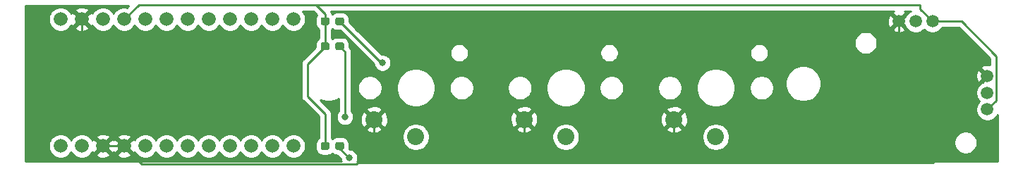
<source format=gbr>
%TF.GenerationSoftware,KiCad,Pcbnew,(5.1.6)-1*%
%TF.CreationDate,2022-09-18T22:31:06+09:00*%
%TF.ProjectId,JoyConMouse,4a6f7943-6f6e-44d6-9f75-73652e6b6963,rev?*%
%TF.SameCoordinates,Original*%
%TF.FileFunction,Copper,L1,Top*%
%TF.FilePolarity,Positive*%
%FSLAX46Y46*%
G04 Gerber Fmt 4.6, Leading zero omitted, Abs format (unit mm)*
G04 Created by KiCad (PCBNEW (5.1.6)-1) date 2022-09-18 22:31:06*
%MOMM*%
%LPD*%
G01*
G04 APERTURE LIST*
%TA.AperFunction,ComponentPad*%
%ADD10C,1.665000*%
%TD*%
%TA.AperFunction,ComponentPad*%
%ADD11C,1.500000*%
%TD*%
%TA.AperFunction,ComponentPad*%
%ADD12C,2.032000*%
%TD*%
%TA.AperFunction,ViaPad*%
%ADD13C,0.800000*%
%TD*%
%TA.AperFunction,Conductor*%
%ADD14C,0.250000*%
%TD*%
%TA.AperFunction,Conductor*%
%ADD15C,0.254000*%
%TD*%
G04 APERTURE END LIST*
D10*
%TO.P,IC1,1*%
%TO.N,GND*%
X53000000Y-95000000D03*
%TO.P,IC1,2*%
%TO.N,N/C*%
X55540000Y-95000000D03*
%TO.P,IC1,3*%
X58080000Y-95000000D03*
%TO.P,IC1,4*%
X60620000Y-95000000D03*
%TO.P,IC1,5*%
X63160000Y-95000000D03*
%TO.P,IC1,6*%
X65700000Y-95000000D03*
%TO.P,IC1,7*%
%TO.N,D7*%
X68240000Y-95000000D03*
%TO.P,IC1,8*%
%TO.N,D8*%
X70780000Y-95000000D03*
%TO.P,IC1,9*%
%TO.N,D9*%
X73320000Y-95000000D03*
%TO.P,IC1,10*%
%TO.N,N/C*%
X73320000Y-79760000D03*
%TO.P,IC1,14*%
X68240000Y-79760000D03*
%TO.P,IC1,15*%
X65700000Y-79760000D03*
%TO.P,IC1,16*%
X70780000Y-79760000D03*
%TO.P,IC1,18*%
%TO.N,+5V*%
X53000000Y-79760000D03*
%TO.P,IC1,19*%
%TO.N,N/C*%
X50460000Y-79760000D03*
%TO.P,IC1,20*%
%TO.N,GND*%
X47920000Y-79760000D03*
%TO.P,IC1,21*%
%TO.N,N/C*%
X45380000Y-79760000D03*
%TO.P,IC1,22*%
X45380000Y-95000000D03*
%TO.P,IC1,23*%
X47920000Y-95000000D03*
%TO.P,IC1,24*%
%TO.N,GND*%
X50460000Y-95000000D03*
%TO.P,IC1,A1*%
%TO.N,A0*%
X63160000Y-79760000D03*
%TO.P,IC1,A2*%
%TO.N,A1*%
X60620000Y-79760000D03*
%TO.P,IC1,A3*%
%TO.N,N/C*%
X58080000Y-79760000D03*
%TO.P,IC1,A4*%
X55540000Y-79760000D03*
%TD*%
D11*
%TO.P,IC2,A1*%
%TO.N,+5V*%
X150000000Y-80000000D03*
%TO.P,IC2,A2*%
%TO.N,A0*%
X148000000Y-80000000D03*
%TO.P,IC2,A3*%
%TO.N,GND*%
X146000000Y-80000000D03*
%TO.P,IC2,B1*%
%TO.N,+5V*%
X156600000Y-90600000D03*
%TO.P,IC2,B2*%
%TO.N,A1*%
X156600000Y-88600000D03*
%TO.P,IC2,B3*%
%TO.N,GND*%
X156600000Y-86600000D03*
%TD*%
%TO.P,R1,1*%
%TO.N,+5V*%
%TA.AperFunction,SMDPad,CuDef*%
G36*
G01*
X76600000Y-80237500D02*
X76600000Y-79762500D01*
G75*
G02*
X76837500Y-79525000I237500J0D01*
G01*
X77412500Y-79525000D01*
G75*
G02*
X77650000Y-79762500I0J-237500D01*
G01*
X77650000Y-80237500D01*
G75*
G02*
X77412500Y-80475000I-237500J0D01*
G01*
X76837500Y-80475000D01*
G75*
G02*
X76600000Y-80237500I0J237500D01*
G01*
G37*
%TD.AperFunction*%
%TO.P,R1,2*%
%TO.N,D7*%
%TA.AperFunction,SMDPad,CuDef*%
G36*
G01*
X78350000Y-80237500D02*
X78350000Y-79762500D01*
G75*
G02*
X78587500Y-79525000I237500J0D01*
G01*
X79162500Y-79525000D01*
G75*
G02*
X79400000Y-79762500I0J-237500D01*
G01*
X79400000Y-80237500D01*
G75*
G02*
X79162500Y-80475000I-237500J0D01*
G01*
X78587500Y-80475000D01*
G75*
G02*
X78350000Y-80237500I0J237500D01*
G01*
G37*
%TD.AperFunction*%
%TD*%
%TO.P,R2,2*%
%TO.N,D8*%
%TA.AperFunction,SMDPad,CuDef*%
G36*
G01*
X78350000Y-83237500D02*
X78350000Y-82762500D01*
G75*
G02*
X78587500Y-82525000I237500J0D01*
G01*
X79162500Y-82525000D01*
G75*
G02*
X79400000Y-82762500I0J-237500D01*
G01*
X79400000Y-83237500D01*
G75*
G02*
X79162500Y-83475000I-237500J0D01*
G01*
X78587500Y-83475000D01*
G75*
G02*
X78350000Y-83237500I0J237500D01*
G01*
G37*
%TD.AperFunction*%
%TO.P,R2,1*%
%TO.N,+5V*%
%TA.AperFunction,SMDPad,CuDef*%
G36*
G01*
X76600000Y-83237500D02*
X76600000Y-82762500D01*
G75*
G02*
X76837500Y-82525000I237500J0D01*
G01*
X77412500Y-82525000D01*
G75*
G02*
X77650000Y-82762500I0J-237500D01*
G01*
X77650000Y-83237500D01*
G75*
G02*
X77412500Y-83475000I-237500J0D01*
G01*
X76837500Y-83475000D01*
G75*
G02*
X76600000Y-83237500I0J237500D01*
G01*
G37*
%TD.AperFunction*%
%TD*%
%TO.P,R3,1*%
%TO.N,+5V*%
%TA.AperFunction,SMDPad,CuDef*%
G36*
G01*
X76600000Y-95237500D02*
X76600000Y-94762500D01*
G75*
G02*
X76837500Y-94525000I237500J0D01*
G01*
X77412500Y-94525000D01*
G75*
G02*
X77650000Y-94762500I0J-237500D01*
G01*
X77650000Y-95237500D01*
G75*
G02*
X77412500Y-95475000I-237500J0D01*
G01*
X76837500Y-95475000D01*
G75*
G02*
X76600000Y-95237500I0J237500D01*
G01*
G37*
%TD.AperFunction*%
%TO.P,R3,2*%
%TO.N,D9*%
%TA.AperFunction,SMDPad,CuDef*%
G36*
G01*
X78350000Y-95237500D02*
X78350000Y-94762500D01*
G75*
G02*
X78587500Y-94525000I237500J0D01*
G01*
X79162500Y-94525000D01*
G75*
G02*
X79400000Y-94762500I0J-237500D01*
G01*
X79400000Y-95237500D01*
G75*
G02*
X79162500Y-95475000I-237500J0D01*
G01*
X78587500Y-95475000D01*
G75*
G02*
X78350000Y-95237500I0J237500D01*
G01*
G37*
%TD.AperFunction*%
%TD*%
D12*
%TO.P,SW1,2*%
%TO.N,GND*%
X83000000Y-91800000D03*
%TO.P,SW1,1*%
%TO.N,D7*%
X88000000Y-93900000D03*
%TD*%
%TO.P,SW2,1*%
%TO.N,D8*%
X106000000Y-93900000D03*
%TO.P,SW2,2*%
%TO.N,GND*%
X101000000Y-91800000D03*
%TD*%
%TO.P,SW3,2*%
%TO.N,GND*%
X119000000Y-91800000D03*
%TO.P,SW3,1*%
%TO.N,D9*%
X124000000Y-93900000D03*
%TD*%
D13*
%TO.N,D7*%
X84000000Y-85000000D03*
%TO.N,D8*%
X79500000Y-91500000D03*
%TO.N,D9*%
X80000000Y-96424974D03*
%TD*%
D14*
%TO.N,GND*%
X47920000Y-92460000D02*
X50460000Y-95000000D01*
X47920000Y-79760000D02*
X47920000Y-92460000D01*
X53000000Y-95000000D02*
X50460000Y-95000000D01*
X151500000Y-95500000D02*
X151500000Y-91700000D01*
X151500000Y-91700000D02*
X156600000Y-86600000D01*
X150000000Y-97000000D02*
X151500000Y-95500000D01*
X146000000Y-86200000D02*
X151500000Y-91700000D01*
X146000000Y-80000000D02*
X146000000Y-86200000D01*
X119000000Y-91800000D02*
X119000000Y-93500000D01*
X119000000Y-93500000D02*
X115500000Y-97000000D01*
X115500000Y-97000000D02*
X150000000Y-97000000D01*
X101000000Y-91800000D02*
X101000000Y-94500000D01*
X98500000Y-97000000D02*
X98000000Y-97000000D01*
X101000000Y-94500000D02*
X98500000Y-97000000D01*
X98000000Y-97000000D02*
X115500000Y-97000000D01*
X83000000Y-91800000D02*
X83000000Y-95000000D01*
X83000000Y-95000000D02*
X81000000Y-97000000D01*
X81000000Y-97000000D02*
X98000000Y-97000000D01*
X55149990Y-97149990D02*
X80850010Y-97149990D01*
X80850010Y-97149990D02*
X81000000Y-97000000D01*
X53000000Y-95000000D02*
X55149990Y-97149990D01*
%TO.N,D7*%
X83800901Y-84800901D02*
X84000000Y-85000000D01*
X78875000Y-80000000D02*
X83675901Y-84800901D01*
X83675901Y-84800901D02*
X83800901Y-84800901D01*
%TO.N,D8*%
X79500000Y-83625000D02*
X78875000Y-83000000D01*
X79500000Y-91500000D02*
X79500000Y-83625000D01*
%TO.N,D9*%
X78875000Y-95000000D02*
X78875000Y-95299974D01*
X78875000Y-95299974D02*
X80000000Y-96424974D01*
%TO.N,+5V*%
X148500000Y-78500000D02*
X150000000Y-80000000D01*
X148500000Y-78000000D02*
X148500000Y-78500000D01*
X53000000Y-79760000D02*
X54760000Y-78000000D01*
X150000000Y-80000000D02*
X153500000Y-80000000D01*
X157675001Y-89524999D02*
X156600000Y-90600000D01*
X157675001Y-84175001D02*
X157675001Y-89524999D01*
X153500000Y-80000000D02*
X157675001Y-84175001D01*
X77125000Y-95000000D02*
X77125000Y-91125000D01*
X77125000Y-91125000D02*
X75000000Y-89000000D01*
X75000000Y-85125000D02*
X77125000Y-83000000D01*
X75000000Y-89000000D02*
X75000000Y-85125000D01*
X77125000Y-83000000D02*
X77125000Y-80000000D01*
X77125000Y-79125000D02*
X76000000Y-78000000D01*
X77125000Y-80000000D02*
X77125000Y-79125000D01*
X54760000Y-78000000D02*
X76000000Y-78000000D01*
X76000000Y-78000000D02*
X148500000Y-78000000D01*
%TD*%
D15*
%TO.N,GND*%
G36*
X145288137Y-78804140D02*
G01*
X145222612Y-79043007D01*
X146000000Y-79820395D01*
X146777388Y-79043007D01*
X146711863Y-78804140D01*
X146617802Y-78760000D01*
X147374446Y-78760000D01*
X147343957Y-78772629D01*
X147117114Y-78924201D01*
X146924201Y-79117114D01*
X146772629Y-79343957D01*
X146728068Y-79451537D01*
X146179605Y-80000000D01*
X146728068Y-80548463D01*
X146772629Y-80656043D01*
X146924201Y-80882886D01*
X147117114Y-81075799D01*
X147343957Y-81227371D01*
X147596011Y-81331775D01*
X147863589Y-81385000D01*
X148136411Y-81385000D01*
X148403989Y-81331775D01*
X148656043Y-81227371D01*
X148882886Y-81075799D01*
X149000000Y-80958685D01*
X149117114Y-81075799D01*
X149343957Y-81227371D01*
X149596011Y-81331775D01*
X149863589Y-81385000D01*
X150136411Y-81385000D01*
X150403989Y-81331775D01*
X150656043Y-81227371D01*
X150882886Y-81075799D01*
X151075799Y-80882886D01*
X151157909Y-80760000D01*
X153185199Y-80760000D01*
X156915001Y-84489803D01*
X156915001Y-85251177D01*
X156800040Y-85222750D01*
X156527508Y-85210188D01*
X156257762Y-85251035D01*
X156001168Y-85343723D01*
X155888137Y-85404140D01*
X155822612Y-85643007D01*
X156600000Y-86420395D01*
X156614143Y-86406253D01*
X156793748Y-86585858D01*
X156779605Y-86600000D01*
X156793748Y-86614143D01*
X156614143Y-86793748D01*
X156600000Y-86779605D01*
X156051537Y-87328068D01*
X155943957Y-87372629D01*
X155717114Y-87524201D01*
X155524201Y-87717114D01*
X155372629Y-87943957D01*
X155268225Y-88196011D01*
X155215000Y-88463589D01*
X155215000Y-88736411D01*
X155268225Y-89003989D01*
X155372629Y-89256043D01*
X155524201Y-89482886D01*
X155641315Y-89600000D01*
X155524201Y-89717114D01*
X155372629Y-89943957D01*
X155268225Y-90196011D01*
X155215000Y-90463589D01*
X155215000Y-90736411D01*
X155268225Y-91003989D01*
X155372629Y-91256043D01*
X155524201Y-91482886D01*
X155717114Y-91675799D01*
X155943957Y-91827371D01*
X156196011Y-91931775D01*
X156463589Y-91985000D01*
X156736411Y-91985000D01*
X157003989Y-91931775D01*
X157256043Y-91827371D01*
X157482886Y-91675799D01*
X157675799Y-91482886D01*
X157827371Y-91256043D01*
X157840000Y-91225553D01*
X157840000Y-96840000D01*
X80948367Y-96840000D01*
X80995226Y-96726872D01*
X81035000Y-96526913D01*
X81035000Y-96323035D01*
X80995226Y-96123076D01*
X80917205Y-95934718D01*
X80803937Y-95765200D01*
X80659774Y-95621037D01*
X80490256Y-95507769D01*
X80301898Y-95429748D01*
X80101939Y-95389974D01*
X80039802Y-95389974D01*
X80024556Y-95374729D01*
X80038072Y-95237500D01*
X80038072Y-94762500D01*
X80021248Y-94591684D01*
X79971423Y-94427433D01*
X79890512Y-94276058D01*
X79781623Y-94143377D01*
X79648942Y-94034488D01*
X79497567Y-93953577D01*
X79333316Y-93903752D01*
X79162500Y-93886928D01*
X78587500Y-93886928D01*
X78416684Y-93903752D01*
X78252433Y-93953577D01*
X78101058Y-94034488D01*
X78000000Y-94117425D01*
X77898942Y-94034488D01*
X77885000Y-94027036D01*
X77885000Y-93737391D01*
X86349000Y-93737391D01*
X86349000Y-94062609D01*
X86412447Y-94381579D01*
X86536903Y-94682042D01*
X86717585Y-94952451D01*
X86947549Y-95182415D01*
X87217958Y-95363097D01*
X87518421Y-95487553D01*
X87837391Y-95551000D01*
X88162609Y-95551000D01*
X88481579Y-95487553D01*
X88782042Y-95363097D01*
X89052451Y-95182415D01*
X89282415Y-94952451D01*
X89463097Y-94682042D01*
X89587553Y-94381579D01*
X89651000Y-94062609D01*
X89651000Y-93737391D01*
X104349000Y-93737391D01*
X104349000Y-94062609D01*
X104412447Y-94381579D01*
X104536903Y-94682042D01*
X104717585Y-94952451D01*
X104947549Y-95182415D01*
X105217958Y-95363097D01*
X105518421Y-95487553D01*
X105837391Y-95551000D01*
X106162609Y-95551000D01*
X106481579Y-95487553D01*
X106782042Y-95363097D01*
X107052451Y-95182415D01*
X107282415Y-94952451D01*
X107463097Y-94682042D01*
X107587553Y-94381579D01*
X107651000Y-94062609D01*
X107651000Y-93737391D01*
X122349000Y-93737391D01*
X122349000Y-94062609D01*
X122412447Y-94381579D01*
X122536903Y-94682042D01*
X122717585Y-94952451D01*
X122947549Y-95182415D01*
X123217958Y-95363097D01*
X123518421Y-95487553D01*
X123837391Y-95551000D01*
X124162609Y-95551000D01*
X124481579Y-95487553D01*
X124782042Y-95363097D01*
X125052451Y-95182415D01*
X125282415Y-94952451D01*
X125463097Y-94682042D01*
X125553583Y-94463589D01*
X152615000Y-94463589D01*
X152615000Y-94736411D01*
X152668225Y-95003989D01*
X152772629Y-95256043D01*
X152924201Y-95482886D01*
X153117114Y-95675799D01*
X153343957Y-95827371D01*
X153596011Y-95931775D01*
X153863589Y-95985000D01*
X154136411Y-95985000D01*
X154403989Y-95931775D01*
X154656043Y-95827371D01*
X154882886Y-95675799D01*
X155075799Y-95482886D01*
X155227371Y-95256043D01*
X155331775Y-95003989D01*
X155385000Y-94736411D01*
X155385000Y-94463589D01*
X155331775Y-94196011D01*
X155227371Y-93943957D01*
X155075799Y-93717114D01*
X154882886Y-93524201D01*
X154656043Y-93372629D01*
X154403989Y-93268225D01*
X154136411Y-93215000D01*
X153863589Y-93215000D01*
X153596011Y-93268225D01*
X153343957Y-93372629D01*
X153117114Y-93524201D01*
X152924201Y-93717114D01*
X152772629Y-93943957D01*
X152668225Y-94196011D01*
X152615000Y-94463589D01*
X125553583Y-94463589D01*
X125587553Y-94381579D01*
X125651000Y-94062609D01*
X125651000Y-93737391D01*
X125587553Y-93418421D01*
X125463097Y-93117958D01*
X125282415Y-92847549D01*
X125052451Y-92617585D01*
X124782042Y-92436903D01*
X124481579Y-92312447D01*
X124162609Y-92249000D01*
X123837391Y-92249000D01*
X123518421Y-92312447D01*
X123217958Y-92436903D01*
X122947549Y-92617585D01*
X122717585Y-92847549D01*
X122536903Y-93117958D01*
X122412447Y-93418421D01*
X122349000Y-93737391D01*
X107651000Y-93737391D01*
X107587553Y-93418421D01*
X107463097Y-93117958D01*
X107348748Y-92946823D01*
X118032782Y-92946823D01*
X118130478Y-93212860D01*
X118422821Y-93355348D01*
X118737344Y-93438064D01*
X119061962Y-93457831D01*
X119384198Y-93413888D01*
X119691670Y-93307924D01*
X119869522Y-93212860D01*
X119967218Y-92946823D01*
X119000000Y-91979605D01*
X118032782Y-92946823D01*
X107348748Y-92946823D01*
X107282415Y-92847549D01*
X107052451Y-92617585D01*
X106782042Y-92436903D01*
X106481579Y-92312447D01*
X106162609Y-92249000D01*
X105837391Y-92249000D01*
X105518421Y-92312447D01*
X105217958Y-92436903D01*
X104947549Y-92617585D01*
X104717585Y-92847549D01*
X104536903Y-93117958D01*
X104412447Y-93418421D01*
X104349000Y-93737391D01*
X89651000Y-93737391D01*
X89587553Y-93418421D01*
X89463097Y-93117958D01*
X89348748Y-92946823D01*
X100032782Y-92946823D01*
X100130478Y-93212860D01*
X100422821Y-93355348D01*
X100737344Y-93438064D01*
X101061962Y-93457831D01*
X101384198Y-93413888D01*
X101691670Y-93307924D01*
X101869522Y-93212860D01*
X101967218Y-92946823D01*
X101000000Y-91979605D01*
X100032782Y-92946823D01*
X89348748Y-92946823D01*
X89282415Y-92847549D01*
X89052451Y-92617585D01*
X88782042Y-92436903D01*
X88481579Y-92312447D01*
X88162609Y-92249000D01*
X87837391Y-92249000D01*
X87518421Y-92312447D01*
X87217958Y-92436903D01*
X86947549Y-92617585D01*
X86717585Y-92847549D01*
X86536903Y-93117958D01*
X86412447Y-93418421D01*
X86349000Y-93737391D01*
X77885000Y-93737391D01*
X77885000Y-92946823D01*
X82032782Y-92946823D01*
X82130478Y-93212860D01*
X82422821Y-93355348D01*
X82737344Y-93438064D01*
X83061962Y-93457831D01*
X83384198Y-93413888D01*
X83691670Y-93307924D01*
X83869522Y-93212860D01*
X83967218Y-92946823D01*
X83000000Y-91979605D01*
X82032782Y-92946823D01*
X77885000Y-92946823D01*
X77885000Y-91162323D01*
X77888676Y-91125000D01*
X77885000Y-91087677D01*
X77885000Y-91087667D01*
X77874003Y-90976014D01*
X77830546Y-90832753D01*
X77759974Y-90700724D01*
X77665001Y-90584999D01*
X77636003Y-90561201D01*
X76515092Y-89440290D01*
X76867179Y-89586130D01*
X77286323Y-89669503D01*
X77713677Y-89669503D01*
X78132821Y-89586130D01*
X78527645Y-89422588D01*
X78740000Y-89280697D01*
X78740000Y-90796289D01*
X78696063Y-90840226D01*
X78582795Y-91009744D01*
X78504774Y-91198102D01*
X78465000Y-91398061D01*
X78465000Y-91601939D01*
X78504774Y-91801898D01*
X78582795Y-91990256D01*
X78696063Y-92159774D01*
X78840226Y-92303937D01*
X79009744Y-92417205D01*
X79198102Y-92495226D01*
X79398061Y-92535000D01*
X79601939Y-92535000D01*
X79801898Y-92495226D01*
X79990256Y-92417205D01*
X80159774Y-92303937D01*
X80303937Y-92159774D01*
X80417205Y-91990256D01*
X80470346Y-91861962D01*
X81342169Y-91861962D01*
X81386112Y-92184198D01*
X81492076Y-92491670D01*
X81587140Y-92669522D01*
X81853177Y-92767218D01*
X82820395Y-91800000D01*
X83179605Y-91800000D01*
X84146823Y-92767218D01*
X84412860Y-92669522D01*
X84555348Y-92377179D01*
X84638064Y-92062656D01*
X84650284Y-91861962D01*
X99342169Y-91861962D01*
X99386112Y-92184198D01*
X99492076Y-92491670D01*
X99587140Y-92669522D01*
X99853177Y-92767218D01*
X100820395Y-91800000D01*
X101179605Y-91800000D01*
X102146823Y-92767218D01*
X102412860Y-92669522D01*
X102555348Y-92377179D01*
X102638064Y-92062656D01*
X102650284Y-91861962D01*
X117342169Y-91861962D01*
X117386112Y-92184198D01*
X117492076Y-92491670D01*
X117587140Y-92669522D01*
X117853177Y-92767218D01*
X118820395Y-91800000D01*
X119179605Y-91800000D01*
X120146823Y-92767218D01*
X120412860Y-92669522D01*
X120555348Y-92377179D01*
X120638064Y-92062656D01*
X120657831Y-91738038D01*
X120613888Y-91415802D01*
X120507924Y-91108330D01*
X120412860Y-90930478D01*
X120146823Y-90832782D01*
X119179605Y-91800000D01*
X118820395Y-91800000D01*
X117853177Y-90832782D01*
X117587140Y-90930478D01*
X117444652Y-91222821D01*
X117361936Y-91537344D01*
X117342169Y-91861962D01*
X102650284Y-91861962D01*
X102657831Y-91738038D01*
X102613888Y-91415802D01*
X102507924Y-91108330D01*
X102412860Y-90930478D01*
X102146823Y-90832782D01*
X101179605Y-91800000D01*
X100820395Y-91800000D01*
X99853177Y-90832782D01*
X99587140Y-90930478D01*
X99444652Y-91222821D01*
X99361936Y-91537344D01*
X99342169Y-91861962D01*
X84650284Y-91861962D01*
X84657831Y-91738038D01*
X84613888Y-91415802D01*
X84507924Y-91108330D01*
X84412860Y-90930478D01*
X84146823Y-90832782D01*
X83179605Y-91800000D01*
X82820395Y-91800000D01*
X81853177Y-90832782D01*
X81587140Y-90930478D01*
X81444652Y-91222821D01*
X81361936Y-91537344D01*
X81342169Y-91861962D01*
X80470346Y-91861962D01*
X80495226Y-91801898D01*
X80535000Y-91601939D01*
X80535000Y-91398061D01*
X80495226Y-91198102D01*
X80417205Y-91009744D01*
X80303937Y-90840226D01*
X80260000Y-90796289D01*
X80260000Y-90653177D01*
X82032782Y-90653177D01*
X83000000Y-91620395D01*
X83967218Y-90653177D01*
X100032782Y-90653177D01*
X101000000Y-91620395D01*
X101967218Y-90653177D01*
X118032782Y-90653177D01*
X119000000Y-91620395D01*
X119967218Y-90653177D01*
X119869522Y-90387140D01*
X119577179Y-90244652D01*
X119262656Y-90161936D01*
X118938038Y-90142169D01*
X118615802Y-90186112D01*
X118308330Y-90292076D01*
X118130478Y-90387140D01*
X118032782Y-90653177D01*
X101967218Y-90653177D01*
X101869522Y-90387140D01*
X101577179Y-90244652D01*
X101262656Y-90161936D01*
X100938038Y-90142169D01*
X100615802Y-90186112D01*
X100308330Y-90292076D01*
X100130478Y-90387140D01*
X100032782Y-90653177D01*
X83967218Y-90653177D01*
X83869522Y-90387140D01*
X83577179Y-90244652D01*
X83262656Y-90161936D01*
X82938038Y-90142169D01*
X82615802Y-90186112D01*
X82308330Y-90292076D01*
X82130478Y-90387140D01*
X82032782Y-90653177D01*
X80260000Y-90653177D01*
X80260000Y-87853652D01*
X81014100Y-87853652D01*
X81014100Y-88146348D01*
X81071202Y-88433421D01*
X81183212Y-88703838D01*
X81345826Y-88947206D01*
X81552794Y-89154174D01*
X81796162Y-89316788D01*
X82066579Y-89428798D01*
X82353652Y-89485900D01*
X82646348Y-89485900D01*
X82933421Y-89428798D01*
X83203838Y-89316788D01*
X83447206Y-89154174D01*
X83654174Y-88947206D01*
X83816788Y-88703838D01*
X83928798Y-88433421D01*
X83985900Y-88146348D01*
X83985900Y-87853652D01*
X83968982Y-87768594D01*
X85650500Y-87768594D01*
X85650500Y-88231406D01*
X85740790Y-88685324D01*
X85917900Y-89112905D01*
X86175024Y-89497719D01*
X86502281Y-89824976D01*
X86887095Y-90082100D01*
X87314676Y-90259210D01*
X87768594Y-90349500D01*
X88231406Y-90349500D01*
X88685324Y-90259210D01*
X89112905Y-90082100D01*
X89497719Y-89824976D01*
X89824976Y-89497719D01*
X90082100Y-89112905D01*
X90259210Y-88685324D01*
X90349500Y-88231406D01*
X90349500Y-87853652D01*
X92014100Y-87853652D01*
X92014100Y-88146348D01*
X92071202Y-88433421D01*
X92183212Y-88703838D01*
X92345826Y-88947206D01*
X92552794Y-89154174D01*
X92796162Y-89316788D01*
X93066579Y-89428798D01*
X93353652Y-89485900D01*
X93646348Y-89485900D01*
X93933421Y-89428798D01*
X94203838Y-89316788D01*
X94447206Y-89154174D01*
X94654174Y-88947206D01*
X94816788Y-88703838D01*
X94928798Y-88433421D01*
X94985900Y-88146348D01*
X94985900Y-87853652D01*
X99014100Y-87853652D01*
X99014100Y-88146348D01*
X99071202Y-88433421D01*
X99183212Y-88703838D01*
X99345826Y-88947206D01*
X99552794Y-89154174D01*
X99796162Y-89316788D01*
X100066579Y-89428798D01*
X100353652Y-89485900D01*
X100646348Y-89485900D01*
X100933421Y-89428798D01*
X101203838Y-89316788D01*
X101447206Y-89154174D01*
X101654174Y-88947206D01*
X101816788Y-88703838D01*
X101928798Y-88433421D01*
X101985900Y-88146348D01*
X101985900Y-87853652D01*
X101968982Y-87768594D01*
X103650500Y-87768594D01*
X103650500Y-88231406D01*
X103740790Y-88685324D01*
X103917900Y-89112905D01*
X104175024Y-89497719D01*
X104502281Y-89824976D01*
X104887095Y-90082100D01*
X105314676Y-90259210D01*
X105768594Y-90349500D01*
X106231406Y-90349500D01*
X106685324Y-90259210D01*
X107112905Y-90082100D01*
X107497719Y-89824976D01*
X107824976Y-89497719D01*
X108082100Y-89112905D01*
X108259210Y-88685324D01*
X108349500Y-88231406D01*
X108349500Y-87853652D01*
X110014100Y-87853652D01*
X110014100Y-88146348D01*
X110071202Y-88433421D01*
X110183212Y-88703838D01*
X110345826Y-88947206D01*
X110552794Y-89154174D01*
X110796162Y-89316788D01*
X111066579Y-89428798D01*
X111353652Y-89485900D01*
X111646348Y-89485900D01*
X111933421Y-89428798D01*
X112203838Y-89316788D01*
X112447206Y-89154174D01*
X112654174Y-88947206D01*
X112816788Y-88703838D01*
X112928798Y-88433421D01*
X112985900Y-88146348D01*
X112985900Y-87853652D01*
X117014100Y-87853652D01*
X117014100Y-88146348D01*
X117071202Y-88433421D01*
X117183212Y-88703838D01*
X117345826Y-88947206D01*
X117552794Y-89154174D01*
X117796162Y-89316788D01*
X118066579Y-89428798D01*
X118353652Y-89485900D01*
X118646348Y-89485900D01*
X118933421Y-89428798D01*
X119203838Y-89316788D01*
X119447206Y-89154174D01*
X119654174Y-88947206D01*
X119816788Y-88703838D01*
X119928798Y-88433421D01*
X119985900Y-88146348D01*
X119985900Y-87853652D01*
X119968982Y-87768594D01*
X121650500Y-87768594D01*
X121650500Y-88231406D01*
X121740790Y-88685324D01*
X121917900Y-89112905D01*
X122175024Y-89497719D01*
X122502281Y-89824976D01*
X122887095Y-90082100D01*
X123314676Y-90259210D01*
X123768594Y-90349500D01*
X124231406Y-90349500D01*
X124685324Y-90259210D01*
X125112905Y-90082100D01*
X125497719Y-89824976D01*
X125824976Y-89497719D01*
X126082100Y-89112905D01*
X126259210Y-88685324D01*
X126349500Y-88231406D01*
X126349500Y-87853652D01*
X128014100Y-87853652D01*
X128014100Y-88146348D01*
X128071202Y-88433421D01*
X128183212Y-88703838D01*
X128345826Y-88947206D01*
X128552794Y-89154174D01*
X128796162Y-89316788D01*
X129066579Y-89428798D01*
X129353652Y-89485900D01*
X129646348Y-89485900D01*
X129933421Y-89428798D01*
X130203838Y-89316788D01*
X130447206Y-89154174D01*
X130654174Y-88947206D01*
X130816788Y-88703838D01*
X130928798Y-88433421D01*
X130985900Y-88146348D01*
X130985900Y-87853652D01*
X130928798Y-87566579D01*
X130816788Y-87296162D01*
X130810214Y-87286323D01*
X132330497Y-87286323D01*
X132330497Y-87713677D01*
X132413870Y-88132821D01*
X132577412Y-88527645D01*
X132814837Y-88882977D01*
X133117023Y-89185163D01*
X133472355Y-89422588D01*
X133867179Y-89586130D01*
X134286323Y-89669503D01*
X134713677Y-89669503D01*
X135132821Y-89586130D01*
X135527645Y-89422588D01*
X135882977Y-89185163D01*
X136185163Y-88882977D01*
X136422588Y-88527645D01*
X136586130Y-88132821D01*
X136669503Y-87713677D01*
X136669503Y-87286323D01*
X136586130Y-86867179D01*
X136505488Y-86672492D01*
X155210188Y-86672492D01*
X155251035Y-86942238D01*
X155343723Y-87198832D01*
X155404140Y-87311863D01*
X155643007Y-87377388D01*
X156420395Y-86600000D01*
X155643007Y-85822612D01*
X155404140Y-85888137D01*
X155288240Y-86135116D01*
X155222750Y-86399960D01*
X155210188Y-86672492D01*
X136505488Y-86672492D01*
X136422588Y-86472355D01*
X136185163Y-86117023D01*
X135882977Y-85814837D01*
X135527645Y-85577412D01*
X135132821Y-85413870D01*
X134713677Y-85330497D01*
X134286323Y-85330497D01*
X133867179Y-85413870D01*
X133472355Y-85577412D01*
X133117023Y-85814837D01*
X132814837Y-86117023D01*
X132577412Y-86472355D01*
X132413870Y-86867179D01*
X132330497Y-87286323D01*
X130810214Y-87286323D01*
X130654174Y-87052794D01*
X130447206Y-86845826D01*
X130203838Y-86683212D01*
X129933421Y-86571202D01*
X129646348Y-86514100D01*
X129353652Y-86514100D01*
X129066579Y-86571202D01*
X128796162Y-86683212D01*
X128552794Y-86845826D01*
X128345826Y-87052794D01*
X128183212Y-87296162D01*
X128071202Y-87566579D01*
X128014100Y-87853652D01*
X126349500Y-87853652D01*
X126349500Y-87768594D01*
X126259210Y-87314676D01*
X126082100Y-86887095D01*
X125824976Y-86502281D01*
X125497719Y-86175024D01*
X125112905Y-85917900D01*
X124685324Y-85740790D01*
X124231406Y-85650500D01*
X123768594Y-85650500D01*
X123314676Y-85740790D01*
X122887095Y-85917900D01*
X122502281Y-86175024D01*
X122175024Y-86502281D01*
X121917900Y-86887095D01*
X121740790Y-87314676D01*
X121650500Y-87768594D01*
X119968982Y-87768594D01*
X119928798Y-87566579D01*
X119816788Y-87296162D01*
X119654174Y-87052794D01*
X119447206Y-86845826D01*
X119203838Y-86683212D01*
X118933421Y-86571202D01*
X118646348Y-86514100D01*
X118353652Y-86514100D01*
X118066579Y-86571202D01*
X117796162Y-86683212D01*
X117552794Y-86845826D01*
X117345826Y-87052794D01*
X117183212Y-87296162D01*
X117071202Y-87566579D01*
X117014100Y-87853652D01*
X112985900Y-87853652D01*
X112928798Y-87566579D01*
X112816788Y-87296162D01*
X112654174Y-87052794D01*
X112447206Y-86845826D01*
X112203838Y-86683212D01*
X111933421Y-86571202D01*
X111646348Y-86514100D01*
X111353652Y-86514100D01*
X111066579Y-86571202D01*
X110796162Y-86683212D01*
X110552794Y-86845826D01*
X110345826Y-87052794D01*
X110183212Y-87296162D01*
X110071202Y-87566579D01*
X110014100Y-87853652D01*
X108349500Y-87853652D01*
X108349500Y-87768594D01*
X108259210Y-87314676D01*
X108082100Y-86887095D01*
X107824976Y-86502281D01*
X107497719Y-86175024D01*
X107112905Y-85917900D01*
X106685324Y-85740790D01*
X106231406Y-85650500D01*
X105768594Y-85650500D01*
X105314676Y-85740790D01*
X104887095Y-85917900D01*
X104502281Y-86175024D01*
X104175024Y-86502281D01*
X103917900Y-86887095D01*
X103740790Y-87314676D01*
X103650500Y-87768594D01*
X101968982Y-87768594D01*
X101928798Y-87566579D01*
X101816788Y-87296162D01*
X101654174Y-87052794D01*
X101447206Y-86845826D01*
X101203838Y-86683212D01*
X100933421Y-86571202D01*
X100646348Y-86514100D01*
X100353652Y-86514100D01*
X100066579Y-86571202D01*
X99796162Y-86683212D01*
X99552794Y-86845826D01*
X99345826Y-87052794D01*
X99183212Y-87296162D01*
X99071202Y-87566579D01*
X99014100Y-87853652D01*
X94985900Y-87853652D01*
X94928798Y-87566579D01*
X94816788Y-87296162D01*
X94654174Y-87052794D01*
X94447206Y-86845826D01*
X94203838Y-86683212D01*
X93933421Y-86571202D01*
X93646348Y-86514100D01*
X93353652Y-86514100D01*
X93066579Y-86571202D01*
X92796162Y-86683212D01*
X92552794Y-86845826D01*
X92345826Y-87052794D01*
X92183212Y-87296162D01*
X92071202Y-87566579D01*
X92014100Y-87853652D01*
X90349500Y-87853652D01*
X90349500Y-87768594D01*
X90259210Y-87314676D01*
X90082100Y-86887095D01*
X89824976Y-86502281D01*
X89497719Y-86175024D01*
X89112905Y-85917900D01*
X88685324Y-85740790D01*
X88231406Y-85650500D01*
X87768594Y-85650500D01*
X87314676Y-85740790D01*
X86887095Y-85917900D01*
X86502281Y-86175024D01*
X86175024Y-86502281D01*
X85917900Y-86887095D01*
X85740790Y-87314676D01*
X85650500Y-87768594D01*
X83968982Y-87768594D01*
X83928798Y-87566579D01*
X83816788Y-87296162D01*
X83654174Y-87052794D01*
X83447206Y-86845826D01*
X83203838Y-86683212D01*
X82933421Y-86571202D01*
X82646348Y-86514100D01*
X82353652Y-86514100D01*
X82066579Y-86571202D01*
X81796162Y-86683212D01*
X81552794Y-86845826D01*
X81345826Y-87052794D01*
X81183212Y-87296162D01*
X81071202Y-87566579D01*
X81014100Y-87853652D01*
X80260000Y-87853652D01*
X80260000Y-83662322D01*
X80263676Y-83624999D01*
X80260000Y-83587676D01*
X80260000Y-83587667D01*
X80249003Y-83476014D01*
X80205546Y-83332753D01*
X80134974Y-83200724D01*
X80092513Y-83148985D01*
X80063799Y-83113996D01*
X80063795Y-83113992D01*
X80040001Y-83084999D01*
X80038072Y-83083416D01*
X80038072Y-82762500D01*
X80021248Y-82591684D01*
X79971423Y-82427433D01*
X79890512Y-82276058D01*
X79781623Y-82143377D01*
X79648942Y-82034488D01*
X79497567Y-81953577D01*
X79333316Y-81903752D01*
X79162500Y-81886928D01*
X78587500Y-81886928D01*
X78416684Y-81903752D01*
X78252433Y-81953577D01*
X78101058Y-82034488D01*
X78000000Y-82117425D01*
X77898942Y-82034488D01*
X77885000Y-82027036D01*
X77885000Y-80972964D01*
X77898942Y-80965512D01*
X78000000Y-80882575D01*
X78101058Y-80965512D01*
X78252433Y-81046423D01*
X78416684Y-81096248D01*
X78587500Y-81113072D01*
X78913271Y-81113072D01*
X82980609Y-85180411D01*
X83004774Y-85301898D01*
X83082795Y-85490256D01*
X83196063Y-85659774D01*
X83340226Y-85803937D01*
X83509744Y-85917205D01*
X83698102Y-85995226D01*
X83898061Y-86035000D01*
X84101939Y-86035000D01*
X84301898Y-85995226D01*
X84490256Y-85917205D01*
X84659774Y-85803937D01*
X84803937Y-85659774D01*
X84917205Y-85490256D01*
X84995226Y-85301898D01*
X85035000Y-85101939D01*
X85035000Y-84898061D01*
X84995226Y-84698102D01*
X84917205Y-84509744D01*
X84803937Y-84340226D01*
X84659774Y-84196063D01*
X84490256Y-84082795D01*
X84301898Y-84004774D01*
X84101939Y-83965000D01*
X83914802Y-83965000D01*
X83638477Y-83688675D01*
X92089700Y-83688675D01*
X92089700Y-83911325D01*
X92133137Y-84129696D01*
X92218341Y-84335398D01*
X92342039Y-84520524D01*
X92499476Y-84677961D01*
X92684602Y-84801659D01*
X92890304Y-84886863D01*
X93108675Y-84930300D01*
X93331325Y-84930300D01*
X93549696Y-84886863D01*
X93755398Y-84801659D01*
X93940524Y-84677961D01*
X94097961Y-84520524D01*
X94221659Y-84335398D01*
X94306863Y-84129696D01*
X94350300Y-83911325D01*
X94350300Y-83688675D01*
X110089700Y-83688675D01*
X110089700Y-83911325D01*
X110133137Y-84129696D01*
X110218341Y-84335398D01*
X110342039Y-84520524D01*
X110499476Y-84677961D01*
X110684602Y-84801659D01*
X110890304Y-84886863D01*
X111108675Y-84930300D01*
X111331325Y-84930300D01*
X111549696Y-84886863D01*
X111755398Y-84801659D01*
X111940524Y-84677961D01*
X112097961Y-84520524D01*
X112221659Y-84335398D01*
X112306863Y-84129696D01*
X112350300Y-83911325D01*
X112350300Y-83688675D01*
X128089700Y-83688675D01*
X128089700Y-83911325D01*
X128133137Y-84129696D01*
X128218341Y-84335398D01*
X128342039Y-84520524D01*
X128499476Y-84677961D01*
X128684602Y-84801659D01*
X128890304Y-84886863D01*
X129108675Y-84930300D01*
X129331325Y-84930300D01*
X129549696Y-84886863D01*
X129755398Y-84801659D01*
X129940524Y-84677961D01*
X130097961Y-84520524D01*
X130221659Y-84335398D01*
X130306863Y-84129696D01*
X130350300Y-83911325D01*
X130350300Y-83688675D01*
X130306863Y-83470304D01*
X130221659Y-83264602D01*
X130097961Y-83079476D01*
X129940524Y-82922039D01*
X129755398Y-82798341D01*
X129549696Y-82713137D01*
X129331325Y-82669700D01*
X129108675Y-82669700D01*
X128890304Y-82713137D01*
X128684602Y-82798341D01*
X128499476Y-82922039D01*
X128342039Y-83079476D01*
X128218341Y-83264602D01*
X128133137Y-83470304D01*
X128089700Y-83688675D01*
X112350300Y-83688675D01*
X112306863Y-83470304D01*
X112221659Y-83264602D01*
X112097961Y-83079476D01*
X111940524Y-82922039D01*
X111755398Y-82798341D01*
X111549696Y-82713137D01*
X111331325Y-82669700D01*
X111108675Y-82669700D01*
X110890304Y-82713137D01*
X110684602Y-82798341D01*
X110499476Y-82922039D01*
X110342039Y-83079476D01*
X110218341Y-83264602D01*
X110133137Y-83470304D01*
X110089700Y-83688675D01*
X94350300Y-83688675D01*
X94306863Y-83470304D01*
X94221659Y-83264602D01*
X94097961Y-83079476D01*
X93940524Y-82922039D01*
X93755398Y-82798341D01*
X93549696Y-82713137D01*
X93331325Y-82669700D01*
X93108675Y-82669700D01*
X92890304Y-82713137D01*
X92684602Y-82798341D01*
X92499476Y-82922039D01*
X92342039Y-83079476D01*
X92218341Y-83264602D01*
X92133137Y-83470304D01*
X92089700Y-83688675D01*
X83638477Y-83688675D01*
X82413391Y-82463589D01*
X140615000Y-82463589D01*
X140615000Y-82736411D01*
X140668225Y-83003989D01*
X140772629Y-83256043D01*
X140924201Y-83482886D01*
X141117114Y-83675799D01*
X141343957Y-83827371D01*
X141596011Y-83931775D01*
X141863589Y-83985000D01*
X142136411Y-83985000D01*
X142403989Y-83931775D01*
X142656043Y-83827371D01*
X142882886Y-83675799D01*
X143075799Y-83482886D01*
X143227371Y-83256043D01*
X143331775Y-83003989D01*
X143385000Y-82736411D01*
X143385000Y-82463589D01*
X143331775Y-82196011D01*
X143227371Y-81943957D01*
X143075799Y-81717114D01*
X142882886Y-81524201D01*
X142656043Y-81372629D01*
X142403989Y-81268225D01*
X142136411Y-81215000D01*
X141863589Y-81215000D01*
X141596011Y-81268225D01*
X141343957Y-81372629D01*
X141117114Y-81524201D01*
X140924201Y-81717114D01*
X140772629Y-81943957D01*
X140668225Y-82196011D01*
X140615000Y-82463589D01*
X82413391Y-82463589D01*
X80906795Y-80956993D01*
X145222612Y-80956993D01*
X145288137Y-81195860D01*
X145535116Y-81311760D01*
X145799960Y-81377250D01*
X146072492Y-81389812D01*
X146342238Y-81348965D01*
X146598832Y-81256277D01*
X146711863Y-81195860D01*
X146777388Y-80956993D01*
X146000000Y-80179605D01*
X145222612Y-80956993D01*
X80906795Y-80956993D01*
X80038072Y-80088271D01*
X80038072Y-80072492D01*
X144610188Y-80072492D01*
X144651035Y-80342238D01*
X144743723Y-80598832D01*
X144804140Y-80711863D01*
X145043007Y-80777388D01*
X145820395Y-80000000D01*
X145043007Y-79222612D01*
X144804140Y-79288137D01*
X144688240Y-79535116D01*
X144622750Y-79799960D01*
X144610188Y-80072492D01*
X80038072Y-80072492D01*
X80038072Y-79762500D01*
X80021248Y-79591684D01*
X79971423Y-79427433D01*
X79890512Y-79276058D01*
X79781623Y-79143377D01*
X79648942Y-79034488D01*
X79497567Y-78953577D01*
X79333316Y-78903752D01*
X79162500Y-78886928D01*
X78587500Y-78886928D01*
X78416684Y-78903752D01*
X78252433Y-78953577D01*
X78101058Y-79034488D01*
X78000000Y-79117425D01*
X77898942Y-79034488D01*
X77878696Y-79023667D01*
X77874003Y-78976014D01*
X77830546Y-78832753D01*
X77791658Y-78760000D01*
X145370716Y-78760000D01*
X145288137Y-78804140D01*
G37*
X145288137Y-78804140D02*
X145222612Y-79043007D01*
X146000000Y-79820395D01*
X146777388Y-79043007D01*
X146711863Y-78804140D01*
X146617802Y-78760000D01*
X147374446Y-78760000D01*
X147343957Y-78772629D01*
X147117114Y-78924201D01*
X146924201Y-79117114D01*
X146772629Y-79343957D01*
X146728068Y-79451537D01*
X146179605Y-80000000D01*
X146728068Y-80548463D01*
X146772629Y-80656043D01*
X146924201Y-80882886D01*
X147117114Y-81075799D01*
X147343957Y-81227371D01*
X147596011Y-81331775D01*
X147863589Y-81385000D01*
X148136411Y-81385000D01*
X148403989Y-81331775D01*
X148656043Y-81227371D01*
X148882886Y-81075799D01*
X149000000Y-80958685D01*
X149117114Y-81075799D01*
X149343957Y-81227371D01*
X149596011Y-81331775D01*
X149863589Y-81385000D01*
X150136411Y-81385000D01*
X150403989Y-81331775D01*
X150656043Y-81227371D01*
X150882886Y-81075799D01*
X151075799Y-80882886D01*
X151157909Y-80760000D01*
X153185199Y-80760000D01*
X156915001Y-84489803D01*
X156915001Y-85251177D01*
X156800040Y-85222750D01*
X156527508Y-85210188D01*
X156257762Y-85251035D01*
X156001168Y-85343723D01*
X155888137Y-85404140D01*
X155822612Y-85643007D01*
X156600000Y-86420395D01*
X156614143Y-86406253D01*
X156793748Y-86585858D01*
X156779605Y-86600000D01*
X156793748Y-86614143D01*
X156614143Y-86793748D01*
X156600000Y-86779605D01*
X156051537Y-87328068D01*
X155943957Y-87372629D01*
X155717114Y-87524201D01*
X155524201Y-87717114D01*
X155372629Y-87943957D01*
X155268225Y-88196011D01*
X155215000Y-88463589D01*
X155215000Y-88736411D01*
X155268225Y-89003989D01*
X155372629Y-89256043D01*
X155524201Y-89482886D01*
X155641315Y-89600000D01*
X155524201Y-89717114D01*
X155372629Y-89943957D01*
X155268225Y-90196011D01*
X155215000Y-90463589D01*
X155215000Y-90736411D01*
X155268225Y-91003989D01*
X155372629Y-91256043D01*
X155524201Y-91482886D01*
X155717114Y-91675799D01*
X155943957Y-91827371D01*
X156196011Y-91931775D01*
X156463589Y-91985000D01*
X156736411Y-91985000D01*
X157003989Y-91931775D01*
X157256043Y-91827371D01*
X157482886Y-91675799D01*
X157675799Y-91482886D01*
X157827371Y-91256043D01*
X157840000Y-91225553D01*
X157840000Y-96840000D01*
X80948367Y-96840000D01*
X80995226Y-96726872D01*
X81035000Y-96526913D01*
X81035000Y-96323035D01*
X80995226Y-96123076D01*
X80917205Y-95934718D01*
X80803937Y-95765200D01*
X80659774Y-95621037D01*
X80490256Y-95507769D01*
X80301898Y-95429748D01*
X80101939Y-95389974D01*
X80039802Y-95389974D01*
X80024556Y-95374729D01*
X80038072Y-95237500D01*
X80038072Y-94762500D01*
X80021248Y-94591684D01*
X79971423Y-94427433D01*
X79890512Y-94276058D01*
X79781623Y-94143377D01*
X79648942Y-94034488D01*
X79497567Y-93953577D01*
X79333316Y-93903752D01*
X79162500Y-93886928D01*
X78587500Y-93886928D01*
X78416684Y-93903752D01*
X78252433Y-93953577D01*
X78101058Y-94034488D01*
X78000000Y-94117425D01*
X77898942Y-94034488D01*
X77885000Y-94027036D01*
X77885000Y-93737391D01*
X86349000Y-93737391D01*
X86349000Y-94062609D01*
X86412447Y-94381579D01*
X86536903Y-94682042D01*
X86717585Y-94952451D01*
X86947549Y-95182415D01*
X87217958Y-95363097D01*
X87518421Y-95487553D01*
X87837391Y-95551000D01*
X88162609Y-95551000D01*
X88481579Y-95487553D01*
X88782042Y-95363097D01*
X89052451Y-95182415D01*
X89282415Y-94952451D01*
X89463097Y-94682042D01*
X89587553Y-94381579D01*
X89651000Y-94062609D01*
X89651000Y-93737391D01*
X104349000Y-93737391D01*
X104349000Y-94062609D01*
X104412447Y-94381579D01*
X104536903Y-94682042D01*
X104717585Y-94952451D01*
X104947549Y-95182415D01*
X105217958Y-95363097D01*
X105518421Y-95487553D01*
X105837391Y-95551000D01*
X106162609Y-95551000D01*
X106481579Y-95487553D01*
X106782042Y-95363097D01*
X107052451Y-95182415D01*
X107282415Y-94952451D01*
X107463097Y-94682042D01*
X107587553Y-94381579D01*
X107651000Y-94062609D01*
X107651000Y-93737391D01*
X122349000Y-93737391D01*
X122349000Y-94062609D01*
X122412447Y-94381579D01*
X122536903Y-94682042D01*
X122717585Y-94952451D01*
X122947549Y-95182415D01*
X123217958Y-95363097D01*
X123518421Y-95487553D01*
X123837391Y-95551000D01*
X124162609Y-95551000D01*
X124481579Y-95487553D01*
X124782042Y-95363097D01*
X125052451Y-95182415D01*
X125282415Y-94952451D01*
X125463097Y-94682042D01*
X125553583Y-94463589D01*
X152615000Y-94463589D01*
X152615000Y-94736411D01*
X152668225Y-95003989D01*
X152772629Y-95256043D01*
X152924201Y-95482886D01*
X153117114Y-95675799D01*
X153343957Y-95827371D01*
X153596011Y-95931775D01*
X153863589Y-95985000D01*
X154136411Y-95985000D01*
X154403989Y-95931775D01*
X154656043Y-95827371D01*
X154882886Y-95675799D01*
X155075799Y-95482886D01*
X155227371Y-95256043D01*
X155331775Y-95003989D01*
X155385000Y-94736411D01*
X155385000Y-94463589D01*
X155331775Y-94196011D01*
X155227371Y-93943957D01*
X155075799Y-93717114D01*
X154882886Y-93524201D01*
X154656043Y-93372629D01*
X154403989Y-93268225D01*
X154136411Y-93215000D01*
X153863589Y-93215000D01*
X153596011Y-93268225D01*
X153343957Y-93372629D01*
X153117114Y-93524201D01*
X152924201Y-93717114D01*
X152772629Y-93943957D01*
X152668225Y-94196011D01*
X152615000Y-94463589D01*
X125553583Y-94463589D01*
X125587553Y-94381579D01*
X125651000Y-94062609D01*
X125651000Y-93737391D01*
X125587553Y-93418421D01*
X125463097Y-93117958D01*
X125282415Y-92847549D01*
X125052451Y-92617585D01*
X124782042Y-92436903D01*
X124481579Y-92312447D01*
X124162609Y-92249000D01*
X123837391Y-92249000D01*
X123518421Y-92312447D01*
X123217958Y-92436903D01*
X122947549Y-92617585D01*
X122717585Y-92847549D01*
X122536903Y-93117958D01*
X122412447Y-93418421D01*
X122349000Y-93737391D01*
X107651000Y-93737391D01*
X107587553Y-93418421D01*
X107463097Y-93117958D01*
X107348748Y-92946823D01*
X118032782Y-92946823D01*
X118130478Y-93212860D01*
X118422821Y-93355348D01*
X118737344Y-93438064D01*
X119061962Y-93457831D01*
X119384198Y-93413888D01*
X119691670Y-93307924D01*
X119869522Y-93212860D01*
X119967218Y-92946823D01*
X119000000Y-91979605D01*
X118032782Y-92946823D01*
X107348748Y-92946823D01*
X107282415Y-92847549D01*
X107052451Y-92617585D01*
X106782042Y-92436903D01*
X106481579Y-92312447D01*
X106162609Y-92249000D01*
X105837391Y-92249000D01*
X105518421Y-92312447D01*
X105217958Y-92436903D01*
X104947549Y-92617585D01*
X104717585Y-92847549D01*
X104536903Y-93117958D01*
X104412447Y-93418421D01*
X104349000Y-93737391D01*
X89651000Y-93737391D01*
X89587553Y-93418421D01*
X89463097Y-93117958D01*
X89348748Y-92946823D01*
X100032782Y-92946823D01*
X100130478Y-93212860D01*
X100422821Y-93355348D01*
X100737344Y-93438064D01*
X101061962Y-93457831D01*
X101384198Y-93413888D01*
X101691670Y-93307924D01*
X101869522Y-93212860D01*
X101967218Y-92946823D01*
X101000000Y-91979605D01*
X100032782Y-92946823D01*
X89348748Y-92946823D01*
X89282415Y-92847549D01*
X89052451Y-92617585D01*
X88782042Y-92436903D01*
X88481579Y-92312447D01*
X88162609Y-92249000D01*
X87837391Y-92249000D01*
X87518421Y-92312447D01*
X87217958Y-92436903D01*
X86947549Y-92617585D01*
X86717585Y-92847549D01*
X86536903Y-93117958D01*
X86412447Y-93418421D01*
X86349000Y-93737391D01*
X77885000Y-93737391D01*
X77885000Y-92946823D01*
X82032782Y-92946823D01*
X82130478Y-93212860D01*
X82422821Y-93355348D01*
X82737344Y-93438064D01*
X83061962Y-93457831D01*
X83384198Y-93413888D01*
X83691670Y-93307924D01*
X83869522Y-93212860D01*
X83967218Y-92946823D01*
X83000000Y-91979605D01*
X82032782Y-92946823D01*
X77885000Y-92946823D01*
X77885000Y-91162323D01*
X77888676Y-91125000D01*
X77885000Y-91087677D01*
X77885000Y-91087667D01*
X77874003Y-90976014D01*
X77830546Y-90832753D01*
X77759974Y-90700724D01*
X77665001Y-90584999D01*
X77636003Y-90561201D01*
X76515092Y-89440290D01*
X76867179Y-89586130D01*
X77286323Y-89669503D01*
X77713677Y-89669503D01*
X78132821Y-89586130D01*
X78527645Y-89422588D01*
X78740000Y-89280697D01*
X78740000Y-90796289D01*
X78696063Y-90840226D01*
X78582795Y-91009744D01*
X78504774Y-91198102D01*
X78465000Y-91398061D01*
X78465000Y-91601939D01*
X78504774Y-91801898D01*
X78582795Y-91990256D01*
X78696063Y-92159774D01*
X78840226Y-92303937D01*
X79009744Y-92417205D01*
X79198102Y-92495226D01*
X79398061Y-92535000D01*
X79601939Y-92535000D01*
X79801898Y-92495226D01*
X79990256Y-92417205D01*
X80159774Y-92303937D01*
X80303937Y-92159774D01*
X80417205Y-91990256D01*
X80470346Y-91861962D01*
X81342169Y-91861962D01*
X81386112Y-92184198D01*
X81492076Y-92491670D01*
X81587140Y-92669522D01*
X81853177Y-92767218D01*
X82820395Y-91800000D01*
X83179605Y-91800000D01*
X84146823Y-92767218D01*
X84412860Y-92669522D01*
X84555348Y-92377179D01*
X84638064Y-92062656D01*
X84650284Y-91861962D01*
X99342169Y-91861962D01*
X99386112Y-92184198D01*
X99492076Y-92491670D01*
X99587140Y-92669522D01*
X99853177Y-92767218D01*
X100820395Y-91800000D01*
X101179605Y-91800000D01*
X102146823Y-92767218D01*
X102412860Y-92669522D01*
X102555348Y-92377179D01*
X102638064Y-92062656D01*
X102650284Y-91861962D01*
X117342169Y-91861962D01*
X117386112Y-92184198D01*
X117492076Y-92491670D01*
X117587140Y-92669522D01*
X117853177Y-92767218D01*
X118820395Y-91800000D01*
X119179605Y-91800000D01*
X120146823Y-92767218D01*
X120412860Y-92669522D01*
X120555348Y-92377179D01*
X120638064Y-92062656D01*
X120657831Y-91738038D01*
X120613888Y-91415802D01*
X120507924Y-91108330D01*
X120412860Y-90930478D01*
X120146823Y-90832782D01*
X119179605Y-91800000D01*
X118820395Y-91800000D01*
X117853177Y-90832782D01*
X117587140Y-90930478D01*
X117444652Y-91222821D01*
X117361936Y-91537344D01*
X117342169Y-91861962D01*
X102650284Y-91861962D01*
X102657831Y-91738038D01*
X102613888Y-91415802D01*
X102507924Y-91108330D01*
X102412860Y-90930478D01*
X102146823Y-90832782D01*
X101179605Y-91800000D01*
X100820395Y-91800000D01*
X99853177Y-90832782D01*
X99587140Y-90930478D01*
X99444652Y-91222821D01*
X99361936Y-91537344D01*
X99342169Y-91861962D01*
X84650284Y-91861962D01*
X84657831Y-91738038D01*
X84613888Y-91415802D01*
X84507924Y-91108330D01*
X84412860Y-90930478D01*
X84146823Y-90832782D01*
X83179605Y-91800000D01*
X82820395Y-91800000D01*
X81853177Y-90832782D01*
X81587140Y-90930478D01*
X81444652Y-91222821D01*
X81361936Y-91537344D01*
X81342169Y-91861962D01*
X80470346Y-91861962D01*
X80495226Y-91801898D01*
X80535000Y-91601939D01*
X80535000Y-91398061D01*
X80495226Y-91198102D01*
X80417205Y-91009744D01*
X80303937Y-90840226D01*
X80260000Y-90796289D01*
X80260000Y-90653177D01*
X82032782Y-90653177D01*
X83000000Y-91620395D01*
X83967218Y-90653177D01*
X100032782Y-90653177D01*
X101000000Y-91620395D01*
X101967218Y-90653177D01*
X118032782Y-90653177D01*
X119000000Y-91620395D01*
X119967218Y-90653177D01*
X119869522Y-90387140D01*
X119577179Y-90244652D01*
X119262656Y-90161936D01*
X118938038Y-90142169D01*
X118615802Y-90186112D01*
X118308330Y-90292076D01*
X118130478Y-90387140D01*
X118032782Y-90653177D01*
X101967218Y-90653177D01*
X101869522Y-90387140D01*
X101577179Y-90244652D01*
X101262656Y-90161936D01*
X100938038Y-90142169D01*
X100615802Y-90186112D01*
X100308330Y-90292076D01*
X100130478Y-90387140D01*
X100032782Y-90653177D01*
X83967218Y-90653177D01*
X83869522Y-90387140D01*
X83577179Y-90244652D01*
X83262656Y-90161936D01*
X82938038Y-90142169D01*
X82615802Y-90186112D01*
X82308330Y-90292076D01*
X82130478Y-90387140D01*
X82032782Y-90653177D01*
X80260000Y-90653177D01*
X80260000Y-87853652D01*
X81014100Y-87853652D01*
X81014100Y-88146348D01*
X81071202Y-88433421D01*
X81183212Y-88703838D01*
X81345826Y-88947206D01*
X81552794Y-89154174D01*
X81796162Y-89316788D01*
X82066579Y-89428798D01*
X82353652Y-89485900D01*
X82646348Y-89485900D01*
X82933421Y-89428798D01*
X83203838Y-89316788D01*
X83447206Y-89154174D01*
X83654174Y-88947206D01*
X83816788Y-88703838D01*
X83928798Y-88433421D01*
X83985900Y-88146348D01*
X83985900Y-87853652D01*
X83968982Y-87768594D01*
X85650500Y-87768594D01*
X85650500Y-88231406D01*
X85740790Y-88685324D01*
X85917900Y-89112905D01*
X86175024Y-89497719D01*
X86502281Y-89824976D01*
X86887095Y-90082100D01*
X87314676Y-90259210D01*
X87768594Y-90349500D01*
X88231406Y-90349500D01*
X88685324Y-90259210D01*
X89112905Y-90082100D01*
X89497719Y-89824976D01*
X89824976Y-89497719D01*
X90082100Y-89112905D01*
X90259210Y-88685324D01*
X90349500Y-88231406D01*
X90349500Y-87853652D01*
X92014100Y-87853652D01*
X92014100Y-88146348D01*
X92071202Y-88433421D01*
X92183212Y-88703838D01*
X92345826Y-88947206D01*
X92552794Y-89154174D01*
X92796162Y-89316788D01*
X93066579Y-89428798D01*
X93353652Y-89485900D01*
X93646348Y-89485900D01*
X93933421Y-89428798D01*
X94203838Y-89316788D01*
X94447206Y-89154174D01*
X94654174Y-88947206D01*
X94816788Y-88703838D01*
X94928798Y-88433421D01*
X94985900Y-88146348D01*
X94985900Y-87853652D01*
X99014100Y-87853652D01*
X99014100Y-88146348D01*
X99071202Y-88433421D01*
X99183212Y-88703838D01*
X99345826Y-88947206D01*
X99552794Y-89154174D01*
X99796162Y-89316788D01*
X100066579Y-89428798D01*
X100353652Y-89485900D01*
X100646348Y-89485900D01*
X100933421Y-89428798D01*
X101203838Y-89316788D01*
X101447206Y-89154174D01*
X101654174Y-88947206D01*
X101816788Y-88703838D01*
X101928798Y-88433421D01*
X101985900Y-88146348D01*
X101985900Y-87853652D01*
X101968982Y-87768594D01*
X103650500Y-87768594D01*
X103650500Y-88231406D01*
X103740790Y-88685324D01*
X103917900Y-89112905D01*
X104175024Y-89497719D01*
X104502281Y-89824976D01*
X104887095Y-90082100D01*
X105314676Y-90259210D01*
X105768594Y-90349500D01*
X106231406Y-90349500D01*
X106685324Y-90259210D01*
X107112905Y-90082100D01*
X107497719Y-89824976D01*
X107824976Y-89497719D01*
X108082100Y-89112905D01*
X108259210Y-88685324D01*
X108349500Y-88231406D01*
X108349500Y-87853652D01*
X110014100Y-87853652D01*
X110014100Y-88146348D01*
X110071202Y-88433421D01*
X110183212Y-88703838D01*
X110345826Y-88947206D01*
X110552794Y-89154174D01*
X110796162Y-89316788D01*
X111066579Y-89428798D01*
X111353652Y-89485900D01*
X111646348Y-89485900D01*
X111933421Y-89428798D01*
X112203838Y-89316788D01*
X112447206Y-89154174D01*
X112654174Y-88947206D01*
X112816788Y-88703838D01*
X112928798Y-88433421D01*
X112985900Y-88146348D01*
X112985900Y-87853652D01*
X117014100Y-87853652D01*
X117014100Y-88146348D01*
X117071202Y-88433421D01*
X117183212Y-88703838D01*
X117345826Y-88947206D01*
X117552794Y-89154174D01*
X117796162Y-89316788D01*
X118066579Y-89428798D01*
X118353652Y-89485900D01*
X118646348Y-89485900D01*
X118933421Y-89428798D01*
X119203838Y-89316788D01*
X119447206Y-89154174D01*
X119654174Y-88947206D01*
X119816788Y-88703838D01*
X119928798Y-88433421D01*
X119985900Y-88146348D01*
X119985900Y-87853652D01*
X119968982Y-87768594D01*
X121650500Y-87768594D01*
X121650500Y-88231406D01*
X121740790Y-88685324D01*
X121917900Y-89112905D01*
X122175024Y-89497719D01*
X122502281Y-89824976D01*
X122887095Y-90082100D01*
X123314676Y-90259210D01*
X123768594Y-90349500D01*
X124231406Y-90349500D01*
X124685324Y-90259210D01*
X125112905Y-90082100D01*
X125497719Y-89824976D01*
X125824976Y-89497719D01*
X126082100Y-89112905D01*
X126259210Y-88685324D01*
X126349500Y-88231406D01*
X126349500Y-87853652D01*
X128014100Y-87853652D01*
X128014100Y-88146348D01*
X128071202Y-88433421D01*
X128183212Y-88703838D01*
X128345826Y-88947206D01*
X128552794Y-89154174D01*
X128796162Y-89316788D01*
X129066579Y-89428798D01*
X129353652Y-89485900D01*
X129646348Y-89485900D01*
X129933421Y-89428798D01*
X130203838Y-89316788D01*
X130447206Y-89154174D01*
X130654174Y-88947206D01*
X130816788Y-88703838D01*
X130928798Y-88433421D01*
X130985900Y-88146348D01*
X130985900Y-87853652D01*
X130928798Y-87566579D01*
X130816788Y-87296162D01*
X130810214Y-87286323D01*
X132330497Y-87286323D01*
X132330497Y-87713677D01*
X132413870Y-88132821D01*
X132577412Y-88527645D01*
X132814837Y-88882977D01*
X133117023Y-89185163D01*
X133472355Y-89422588D01*
X133867179Y-89586130D01*
X134286323Y-89669503D01*
X134713677Y-89669503D01*
X135132821Y-89586130D01*
X135527645Y-89422588D01*
X135882977Y-89185163D01*
X136185163Y-88882977D01*
X136422588Y-88527645D01*
X136586130Y-88132821D01*
X136669503Y-87713677D01*
X136669503Y-87286323D01*
X136586130Y-86867179D01*
X136505488Y-86672492D01*
X155210188Y-86672492D01*
X155251035Y-86942238D01*
X155343723Y-87198832D01*
X155404140Y-87311863D01*
X155643007Y-87377388D01*
X156420395Y-86600000D01*
X155643007Y-85822612D01*
X155404140Y-85888137D01*
X155288240Y-86135116D01*
X155222750Y-86399960D01*
X155210188Y-86672492D01*
X136505488Y-86672492D01*
X136422588Y-86472355D01*
X136185163Y-86117023D01*
X135882977Y-85814837D01*
X135527645Y-85577412D01*
X135132821Y-85413870D01*
X134713677Y-85330497D01*
X134286323Y-85330497D01*
X133867179Y-85413870D01*
X133472355Y-85577412D01*
X133117023Y-85814837D01*
X132814837Y-86117023D01*
X132577412Y-86472355D01*
X132413870Y-86867179D01*
X132330497Y-87286323D01*
X130810214Y-87286323D01*
X130654174Y-87052794D01*
X130447206Y-86845826D01*
X130203838Y-86683212D01*
X129933421Y-86571202D01*
X129646348Y-86514100D01*
X129353652Y-86514100D01*
X129066579Y-86571202D01*
X128796162Y-86683212D01*
X128552794Y-86845826D01*
X128345826Y-87052794D01*
X128183212Y-87296162D01*
X128071202Y-87566579D01*
X128014100Y-87853652D01*
X126349500Y-87853652D01*
X126349500Y-87768594D01*
X126259210Y-87314676D01*
X126082100Y-86887095D01*
X125824976Y-86502281D01*
X125497719Y-86175024D01*
X125112905Y-85917900D01*
X124685324Y-85740790D01*
X124231406Y-85650500D01*
X123768594Y-85650500D01*
X123314676Y-85740790D01*
X122887095Y-85917900D01*
X122502281Y-86175024D01*
X122175024Y-86502281D01*
X121917900Y-86887095D01*
X121740790Y-87314676D01*
X121650500Y-87768594D01*
X119968982Y-87768594D01*
X119928798Y-87566579D01*
X119816788Y-87296162D01*
X119654174Y-87052794D01*
X119447206Y-86845826D01*
X119203838Y-86683212D01*
X118933421Y-86571202D01*
X118646348Y-86514100D01*
X118353652Y-86514100D01*
X118066579Y-86571202D01*
X117796162Y-86683212D01*
X117552794Y-86845826D01*
X117345826Y-87052794D01*
X117183212Y-87296162D01*
X117071202Y-87566579D01*
X117014100Y-87853652D01*
X112985900Y-87853652D01*
X112928798Y-87566579D01*
X112816788Y-87296162D01*
X112654174Y-87052794D01*
X112447206Y-86845826D01*
X112203838Y-86683212D01*
X111933421Y-86571202D01*
X111646348Y-86514100D01*
X111353652Y-86514100D01*
X111066579Y-86571202D01*
X110796162Y-86683212D01*
X110552794Y-86845826D01*
X110345826Y-87052794D01*
X110183212Y-87296162D01*
X110071202Y-87566579D01*
X110014100Y-87853652D01*
X108349500Y-87853652D01*
X108349500Y-87768594D01*
X108259210Y-87314676D01*
X108082100Y-86887095D01*
X107824976Y-86502281D01*
X107497719Y-86175024D01*
X107112905Y-85917900D01*
X106685324Y-85740790D01*
X106231406Y-85650500D01*
X105768594Y-85650500D01*
X105314676Y-85740790D01*
X104887095Y-85917900D01*
X104502281Y-86175024D01*
X104175024Y-86502281D01*
X103917900Y-86887095D01*
X103740790Y-87314676D01*
X103650500Y-87768594D01*
X101968982Y-87768594D01*
X101928798Y-87566579D01*
X101816788Y-87296162D01*
X101654174Y-87052794D01*
X101447206Y-86845826D01*
X101203838Y-86683212D01*
X100933421Y-86571202D01*
X100646348Y-86514100D01*
X100353652Y-86514100D01*
X100066579Y-86571202D01*
X99796162Y-86683212D01*
X99552794Y-86845826D01*
X99345826Y-87052794D01*
X99183212Y-87296162D01*
X99071202Y-87566579D01*
X99014100Y-87853652D01*
X94985900Y-87853652D01*
X94928798Y-87566579D01*
X94816788Y-87296162D01*
X94654174Y-87052794D01*
X94447206Y-86845826D01*
X94203838Y-86683212D01*
X93933421Y-86571202D01*
X93646348Y-86514100D01*
X93353652Y-86514100D01*
X93066579Y-86571202D01*
X92796162Y-86683212D01*
X92552794Y-86845826D01*
X92345826Y-87052794D01*
X92183212Y-87296162D01*
X92071202Y-87566579D01*
X92014100Y-87853652D01*
X90349500Y-87853652D01*
X90349500Y-87768594D01*
X90259210Y-87314676D01*
X90082100Y-86887095D01*
X89824976Y-86502281D01*
X89497719Y-86175024D01*
X89112905Y-85917900D01*
X88685324Y-85740790D01*
X88231406Y-85650500D01*
X87768594Y-85650500D01*
X87314676Y-85740790D01*
X86887095Y-85917900D01*
X86502281Y-86175024D01*
X86175024Y-86502281D01*
X85917900Y-86887095D01*
X85740790Y-87314676D01*
X85650500Y-87768594D01*
X83968982Y-87768594D01*
X83928798Y-87566579D01*
X83816788Y-87296162D01*
X83654174Y-87052794D01*
X83447206Y-86845826D01*
X83203838Y-86683212D01*
X82933421Y-86571202D01*
X82646348Y-86514100D01*
X82353652Y-86514100D01*
X82066579Y-86571202D01*
X81796162Y-86683212D01*
X81552794Y-86845826D01*
X81345826Y-87052794D01*
X81183212Y-87296162D01*
X81071202Y-87566579D01*
X81014100Y-87853652D01*
X80260000Y-87853652D01*
X80260000Y-83662322D01*
X80263676Y-83624999D01*
X80260000Y-83587676D01*
X80260000Y-83587667D01*
X80249003Y-83476014D01*
X80205546Y-83332753D01*
X80134974Y-83200724D01*
X80092513Y-83148985D01*
X80063799Y-83113996D01*
X80063795Y-83113992D01*
X80040001Y-83084999D01*
X80038072Y-83083416D01*
X80038072Y-82762500D01*
X80021248Y-82591684D01*
X79971423Y-82427433D01*
X79890512Y-82276058D01*
X79781623Y-82143377D01*
X79648942Y-82034488D01*
X79497567Y-81953577D01*
X79333316Y-81903752D01*
X79162500Y-81886928D01*
X78587500Y-81886928D01*
X78416684Y-81903752D01*
X78252433Y-81953577D01*
X78101058Y-82034488D01*
X78000000Y-82117425D01*
X77898942Y-82034488D01*
X77885000Y-82027036D01*
X77885000Y-80972964D01*
X77898942Y-80965512D01*
X78000000Y-80882575D01*
X78101058Y-80965512D01*
X78252433Y-81046423D01*
X78416684Y-81096248D01*
X78587500Y-81113072D01*
X78913271Y-81113072D01*
X82980609Y-85180411D01*
X83004774Y-85301898D01*
X83082795Y-85490256D01*
X83196063Y-85659774D01*
X83340226Y-85803937D01*
X83509744Y-85917205D01*
X83698102Y-85995226D01*
X83898061Y-86035000D01*
X84101939Y-86035000D01*
X84301898Y-85995226D01*
X84490256Y-85917205D01*
X84659774Y-85803937D01*
X84803937Y-85659774D01*
X84917205Y-85490256D01*
X84995226Y-85301898D01*
X85035000Y-85101939D01*
X85035000Y-84898061D01*
X84995226Y-84698102D01*
X84917205Y-84509744D01*
X84803937Y-84340226D01*
X84659774Y-84196063D01*
X84490256Y-84082795D01*
X84301898Y-84004774D01*
X84101939Y-83965000D01*
X83914802Y-83965000D01*
X83638477Y-83688675D01*
X92089700Y-83688675D01*
X92089700Y-83911325D01*
X92133137Y-84129696D01*
X92218341Y-84335398D01*
X92342039Y-84520524D01*
X92499476Y-84677961D01*
X92684602Y-84801659D01*
X92890304Y-84886863D01*
X93108675Y-84930300D01*
X93331325Y-84930300D01*
X93549696Y-84886863D01*
X93755398Y-84801659D01*
X93940524Y-84677961D01*
X94097961Y-84520524D01*
X94221659Y-84335398D01*
X94306863Y-84129696D01*
X94350300Y-83911325D01*
X94350300Y-83688675D01*
X110089700Y-83688675D01*
X110089700Y-83911325D01*
X110133137Y-84129696D01*
X110218341Y-84335398D01*
X110342039Y-84520524D01*
X110499476Y-84677961D01*
X110684602Y-84801659D01*
X110890304Y-84886863D01*
X111108675Y-84930300D01*
X111331325Y-84930300D01*
X111549696Y-84886863D01*
X111755398Y-84801659D01*
X111940524Y-84677961D01*
X112097961Y-84520524D01*
X112221659Y-84335398D01*
X112306863Y-84129696D01*
X112350300Y-83911325D01*
X112350300Y-83688675D01*
X128089700Y-83688675D01*
X128089700Y-83911325D01*
X128133137Y-84129696D01*
X128218341Y-84335398D01*
X128342039Y-84520524D01*
X128499476Y-84677961D01*
X128684602Y-84801659D01*
X128890304Y-84886863D01*
X129108675Y-84930300D01*
X129331325Y-84930300D01*
X129549696Y-84886863D01*
X129755398Y-84801659D01*
X129940524Y-84677961D01*
X130097961Y-84520524D01*
X130221659Y-84335398D01*
X130306863Y-84129696D01*
X130350300Y-83911325D01*
X130350300Y-83688675D01*
X130306863Y-83470304D01*
X130221659Y-83264602D01*
X130097961Y-83079476D01*
X129940524Y-82922039D01*
X129755398Y-82798341D01*
X129549696Y-82713137D01*
X129331325Y-82669700D01*
X129108675Y-82669700D01*
X128890304Y-82713137D01*
X128684602Y-82798341D01*
X128499476Y-82922039D01*
X128342039Y-83079476D01*
X128218341Y-83264602D01*
X128133137Y-83470304D01*
X128089700Y-83688675D01*
X112350300Y-83688675D01*
X112306863Y-83470304D01*
X112221659Y-83264602D01*
X112097961Y-83079476D01*
X111940524Y-82922039D01*
X111755398Y-82798341D01*
X111549696Y-82713137D01*
X111331325Y-82669700D01*
X111108675Y-82669700D01*
X110890304Y-82713137D01*
X110684602Y-82798341D01*
X110499476Y-82922039D01*
X110342039Y-83079476D01*
X110218341Y-83264602D01*
X110133137Y-83470304D01*
X110089700Y-83688675D01*
X94350300Y-83688675D01*
X94306863Y-83470304D01*
X94221659Y-83264602D01*
X94097961Y-83079476D01*
X93940524Y-82922039D01*
X93755398Y-82798341D01*
X93549696Y-82713137D01*
X93331325Y-82669700D01*
X93108675Y-82669700D01*
X92890304Y-82713137D01*
X92684602Y-82798341D01*
X92499476Y-82922039D01*
X92342039Y-83079476D01*
X92218341Y-83264602D01*
X92133137Y-83470304D01*
X92089700Y-83688675D01*
X83638477Y-83688675D01*
X82413391Y-82463589D01*
X140615000Y-82463589D01*
X140615000Y-82736411D01*
X140668225Y-83003989D01*
X140772629Y-83256043D01*
X140924201Y-83482886D01*
X141117114Y-83675799D01*
X141343957Y-83827371D01*
X141596011Y-83931775D01*
X141863589Y-83985000D01*
X142136411Y-83985000D01*
X142403989Y-83931775D01*
X142656043Y-83827371D01*
X142882886Y-83675799D01*
X143075799Y-83482886D01*
X143227371Y-83256043D01*
X143331775Y-83003989D01*
X143385000Y-82736411D01*
X143385000Y-82463589D01*
X143331775Y-82196011D01*
X143227371Y-81943957D01*
X143075799Y-81717114D01*
X142882886Y-81524201D01*
X142656043Y-81372629D01*
X142403989Y-81268225D01*
X142136411Y-81215000D01*
X141863589Y-81215000D01*
X141596011Y-81268225D01*
X141343957Y-81372629D01*
X141117114Y-81524201D01*
X140924201Y-81717114D01*
X140772629Y-81943957D01*
X140668225Y-82196011D01*
X140615000Y-82463589D01*
X82413391Y-82463589D01*
X80906795Y-80956993D01*
X145222612Y-80956993D01*
X145288137Y-81195860D01*
X145535116Y-81311760D01*
X145799960Y-81377250D01*
X146072492Y-81389812D01*
X146342238Y-81348965D01*
X146598832Y-81256277D01*
X146711863Y-81195860D01*
X146777388Y-80956993D01*
X146000000Y-80179605D01*
X145222612Y-80956993D01*
X80906795Y-80956993D01*
X80038072Y-80088271D01*
X80038072Y-80072492D01*
X144610188Y-80072492D01*
X144651035Y-80342238D01*
X144743723Y-80598832D01*
X144804140Y-80711863D01*
X145043007Y-80777388D01*
X145820395Y-80000000D01*
X145043007Y-79222612D01*
X144804140Y-79288137D01*
X144688240Y-79535116D01*
X144622750Y-79799960D01*
X144610188Y-80072492D01*
X80038072Y-80072492D01*
X80038072Y-79762500D01*
X80021248Y-79591684D01*
X79971423Y-79427433D01*
X79890512Y-79276058D01*
X79781623Y-79143377D01*
X79648942Y-79034488D01*
X79497567Y-78953577D01*
X79333316Y-78903752D01*
X79162500Y-78886928D01*
X78587500Y-78886928D01*
X78416684Y-78903752D01*
X78252433Y-78953577D01*
X78101058Y-79034488D01*
X78000000Y-79117425D01*
X77898942Y-79034488D01*
X77878696Y-79023667D01*
X77874003Y-78976014D01*
X77830546Y-78832753D01*
X77791658Y-78760000D01*
X145370716Y-78760000D01*
X145288137Y-78804140D01*
G36*
X53351526Y-78333673D02*
G01*
X53144536Y-78292500D01*
X52855464Y-78292500D01*
X52571946Y-78348895D01*
X52304878Y-78459518D01*
X52064523Y-78620118D01*
X51860118Y-78824523D01*
X51730000Y-79019258D01*
X51599882Y-78824523D01*
X51395477Y-78620118D01*
X51155122Y-78459518D01*
X50888054Y-78348895D01*
X50604536Y-78292500D01*
X50315464Y-78292500D01*
X50031946Y-78348895D01*
X49764878Y-78459518D01*
X49524523Y-78620118D01*
X49320118Y-78824523D01*
X49192170Y-79016011D01*
X49183193Y-78999217D01*
X48935906Y-78923699D01*
X48099605Y-79760000D01*
X48935906Y-80596301D01*
X49183193Y-80520783D01*
X49191591Y-80503123D01*
X49320118Y-80695477D01*
X49524523Y-80899882D01*
X49764878Y-81060482D01*
X50031946Y-81171105D01*
X50315464Y-81227500D01*
X50604536Y-81227500D01*
X50888054Y-81171105D01*
X51155122Y-81060482D01*
X51395477Y-80899882D01*
X51599882Y-80695477D01*
X51730000Y-80500742D01*
X51860118Y-80695477D01*
X52064523Y-80899882D01*
X52304878Y-81060482D01*
X52571946Y-81171105D01*
X52855464Y-81227500D01*
X53144536Y-81227500D01*
X53428054Y-81171105D01*
X53695122Y-81060482D01*
X53935477Y-80899882D01*
X54139882Y-80695477D01*
X54270000Y-80500742D01*
X54400118Y-80695477D01*
X54604523Y-80899882D01*
X54844878Y-81060482D01*
X55111946Y-81171105D01*
X55395464Y-81227500D01*
X55684536Y-81227500D01*
X55968054Y-81171105D01*
X56235122Y-81060482D01*
X56475477Y-80899882D01*
X56679882Y-80695477D01*
X56810000Y-80500742D01*
X56940118Y-80695477D01*
X57144523Y-80899882D01*
X57384878Y-81060482D01*
X57651946Y-81171105D01*
X57935464Y-81227500D01*
X58224536Y-81227500D01*
X58508054Y-81171105D01*
X58775122Y-81060482D01*
X59015477Y-80899882D01*
X59219882Y-80695477D01*
X59350000Y-80500742D01*
X59480118Y-80695477D01*
X59684523Y-80899882D01*
X59924878Y-81060482D01*
X60191946Y-81171105D01*
X60475464Y-81227500D01*
X60764536Y-81227500D01*
X61048054Y-81171105D01*
X61315122Y-81060482D01*
X61555477Y-80899882D01*
X61759882Y-80695477D01*
X61890000Y-80500742D01*
X62020118Y-80695477D01*
X62224523Y-80899882D01*
X62464878Y-81060482D01*
X62731946Y-81171105D01*
X63015464Y-81227500D01*
X63304536Y-81227500D01*
X63588054Y-81171105D01*
X63855122Y-81060482D01*
X64095477Y-80899882D01*
X64299882Y-80695477D01*
X64430000Y-80500742D01*
X64560118Y-80695477D01*
X64764523Y-80899882D01*
X65004878Y-81060482D01*
X65271946Y-81171105D01*
X65555464Y-81227500D01*
X65844536Y-81227500D01*
X66128054Y-81171105D01*
X66395122Y-81060482D01*
X66635477Y-80899882D01*
X66839882Y-80695477D01*
X66970000Y-80500742D01*
X67100118Y-80695477D01*
X67304523Y-80899882D01*
X67544878Y-81060482D01*
X67811946Y-81171105D01*
X68095464Y-81227500D01*
X68384536Y-81227500D01*
X68668054Y-81171105D01*
X68935122Y-81060482D01*
X69175477Y-80899882D01*
X69379882Y-80695477D01*
X69510000Y-80500742D01*
X69640118Y-80695477D01*
X69844523Y-80899882D01*
X70084878Y-81060482D01*
X70351946Y-81171105D01*
X70635464Y-81227500D01*
X70924536Y-81227500D01*
X71208054Y-81171105D01*
X71475122Y-81060482D01*
X71715477Y-80899882D01*
X71919882Y-80695477D01*
X72050000Y-80500742D01*
X72180118Y-80695477D01*
X72384523Y-80899882D01*
X72624878Y-81060482D01*
X72891946Y-81171105D01*
X73175464Y-81227500D01*
X73464536Y-81227500D01*
X73748054Y-81171105D01*
X74015122Y-81060482D01*
X74255477Y-80899882D01*
X74459882Y-80695477D01*
X74620482Y-80455122D01*
X74731105Y-80188054D01*
X74787500Y-79904536D01*
X74787500Y-79615464D01*
X74731105Y-79331946D01*
X74620482Y-79064878D01*
X74459882Y-78824523D01*
X74395359Y-78760000D01*
X75685199Y-78760000D01*
X76150853Y-79225655D01*
X76109488Y-79276058D01*
X76028577Y-79427433D01*
X75978752Y-79591684D01*
X75961928Y-79762500D01*
X75961928Y-80237500D01*
X75978752Y-80408316D01*
X76028577Y-80572567D01*
X76109488Y-80723942D01*
X76218377Y-80856623D01*
X76351058Y-80965512D01*
X76365001Y-80972964D01*
X76365000Y-82027036D01*
X76351058Y-82034488D01*
X76218377Y-82143377D01*
X76109488Y-82276058D01*
X76028577Y-82427433D01*
X75978752Y-82591684D01*
X75961928Y-82762500D01*
X75961928Y-83088270D01*
X74488998Y-84561201D01*
X74460000Y-84584999D01*
X74436202Y-84613997D01*
X74436201Y-84613998D01*
X74365026Y-84700724D01*
X74294454Y-84832754D01*
X74279957Y-84880547D01*
X74258924Y-84949887D01*
X74250998Y-84976015D01*
X74236324Y-85125000D01*
X74240001Y-85162332D01*
X74240000Y-88962677D01*
X74236324Y-89000000D01*
X74240000Y-89037322D01*
X74240000Y-89037332D01*
X74250997Y-89148985D01*
X74294454Y-89292246D01*
X74365026Y-89424276D01*
X74404871Y-89472826D01*
X74459999Y-89540001D01*
X74489003Y-89563804D01*
X76365001Y-91439803D01*
X76365000Y-94027036D01*
X76351058Y-94034488D01*
X76218377Y-94143377D01*
X76109488Y-94276058D01*
X76028577Y-94427433D01*
X75978752Y-94591684D01*
X75961928Y-94762500D01*
X75961928Y-95237500D01*
X75978752Y-95408316D01*
X76028577Y-95572567D01*
X76109488Y-95723942D01*
X76218377Y-95856623D01*
X76351058Y-95965512D01*
X76502433Y-96046423D01*
X76666684Y-96096248D01*
X76837500Y-96113072D01*
X77412500Y-96113072D01*
X77583316Y-96096248D01*
X77747567Y-96046423D01*
X77898942Y-95965512D01*
X78000000Y-95882575D01*
X78101058Y-95965512D01*
X78252433Y-96046423D01*
X78416684Y-96096248D01*
X78587500Y-96113072D01*
X78613297Y-96113072D01*
X78965000Y-96464776D01*
X78965000Y-96526913D01*
X79004774Y-96726872D01*
X79051633Y-96840000D01*
X41160000Y-96840000D01*
X41160000Y-94855464D01*
X43912500Y-94855464D01*
X43912500Y-95144536D01*
X43968895Y-95428054D01*
X44079518Y-95695122D01*
X44240118Y-95935477D01*
X44444523Y-96139882D01*
X44684878Y-96300482D01*
X44951946Y-96411105D01*
X45235464Y-96467500D01*
X45524536Y-96467500D01*
X45808054Y-96411105D01*
X46075122Y-96300482D01*
X46315477Y-96139882D01*
X46519882Y-95935477D01*
X46650000Y-95740742D01*
X46780118Y-95935477D01*
X46984523Y-96139882D01*
X47224878Y-96300482D01*
X47491946Y-96411105D01*
X47775464Y-96467500D01*
X48064536Y-96467500D01*
X48348054Y-96411105D01*
X48615122Y-96300482D01*
X48855477Y-96139882D01*
X48979453Y-96015906D01*
X49623699Y-96015906D01*
X49699217Y-96263193D01*
X49960273Y-96387343D01*
X50240532Y-96458177D01*
X50529226Y-96472974D01*
X50815259Y-96431166D01*
X51087639Y-96334359D01*
X51220783Y-96263193D01*
X51296301Y-96015906D01*
X52163699Y-96015906D01*
X52239217Y-96263193D01*
X52500273Y-96387343D01*
X52780532Y-96458177D01*
X53069226Y-96472974D01*
X53355259Y-96431166D01*
X53627639Y-96334359D01*
X53760783Y-96263193D01*
X53836301Y-96015906D01*
X53000000Y-95179605D01*
X52163699Y-96015906D01*
X51296301Y-96015906D01*
X50460000Y-95179605D01*
X49623699Y-96015906D01*
X48979453Y-96015906D01*
X49059882Y-95935477D01*
X49187830Y-95743989D01*
X49196807Y-95760783D01*
X49444094Y-95836301D01*
X50280395Y-95000000D01*
X50639605Y-95000000D01*
X51475906Y-95836301D01*
X51723193Y-95760783D01*
X51729603Y-95747305D01*
X51736807Y-95760783D01*
X51984094Y-95836301D01*
X52820395Y-95000000D01*
X53179605Y-95000000D01*
X54015906Y-95836301D01*
X54263193Y-95760783D01*
X54271591Y-95743123D01*
X54400118Y-95935477D01*
X54604523Y-96139882D01*
X54844878Y-96300482D01*
X55111946Y-96411105D01*
X55395464Y-96467500D01*
X55684536Y-96467500D01*
X55968054Y-96411105D01*
X56235122Y-96300482D01*
X56475477Y-96139882D01*
X56679882Y-95935477D01*
X56810000Y-95740742D01*
X56940118Y-95935477D01*
X57144523Y-96139882D01*
X57384878Y-96300482D01*
X57651946Y-96411105D01*
X57935464Y-96467500D01*
X58224536Y-96467500D01*
X58508054Y-96411105D01*
X58775122Y-96300482D01*
X59015477Y-96139882D01*
X59219882Y-95935477D01*
X59350000Y-95740742D01*
X59480118Y-95935477D01*
X59684523Y-96139882D01*
X59924878Y-96300482D01*
X60191946Y-96411105D01*
X60475464Y-96467500D01*
X60764536Y-96467500D01*
X61048054Y-96411105D01*
X61315122Y-96300482D01*
X61555477Y-96139882D01*
X61759882Y-95935477D01*
X61890000Y-95740742D01*
X62020118Y-95935477D01*
X62224523Y-96139882D01*
X62464878Y-96300482D01*
X62731946Y-96411105D01*
X63015464Y-96467500D01*
X63304536Y-96467500D01*
X63588054Y-96411105D01*
X63855122Y-96300482D01*
X64095477Y-96139882D01*
X64299882Y-95935477D01*
X64430000Y-95740742D01*
X64560118Y-95935477D01*
X64764523Y-96139882D01*
X65004878Y-96300482D01*
X65271946Y-96411105D01*
X65555464Y-96467500D01*
X65844536Y-96467500D01*
X66128054Y-96411105D01*
X66395122Y-96300482D01*
X66635477Y-96139882D01*
X66839882Y-95935477D01*
X66970000Y-95740742D01*
X67100118Y-95935477D01*
X67304523Y-96139882D01*
X67544878Y-96300482D01*
X67811946Y-96411105D01*
X68095464Y-96467500D01*
X68384536Y-96467500D01*
X68668054Y-96411105D01*
X68935122Y-96300482D01*
X69175477Y-96139882D01*
X69379882Y-95935477D01*
X69510000Y-95740742D01*
X69640118Y-95935477D01*
X69844523Y-96139882D01*
X70084878Y-96300482D01*
X70351946Y-96411105D01*
X70635464Y-96467500D01*
X70924536Y-96467500D01*
X71208054Y-96411105D01*
X71475122Y-96300482D01*
X71715477Y-96139882D01*
X71919882Y-95935477D01*
X72050000Y-95740742D01*
X72180118Y-95935477D01*
X72384523Y-96139882D01*
X72624878Y-96300482D01*
X72891946Y-96411105D01*
X73175464Y-96467500D01*
X73464536Y-96467500D01*
X73748054Y-96411105D01*
X74015122Y-96300482D01*
X74255477Y-96139882D01*
X74459882Y-95935477D01*
X74620482Y-95695122D01*
X74731105Y-95428054D01*
X74787500Y-95144536D01*
X74787500Y-94855464D01*
X74731105Y-94571946D01*
X74620482Y-94304878D01*
X74459882Y-94064523D01*
X74255477Y-93860118D01*
X74015122Y-93699518D01*
X73748054Y-93588895D01*
X73464536Y-93532500D01*
X73175464Y-93532500D01*
X72891946Y-93588895D01*
X72624878Y-93699518D01*
X72384523Y-93860118D01*
X72180118Y-94064523D01*
X72050000Y-94259258D01*
X71919882Y-94064523D01*
X71715477Y-93860118D01*
X71475122Y-93699518D01*
X71208054Y-93588895D01*
X70924536Y-93532500D01*
X70635464Y-93532500D01*
X70351946Y-93588895D01*
X70084878Y-93699518D01*
X69844523Y-93860118D01*
X69640118Y-94064523D01*
X69510000Y-94259258D01*
X69379882Y-94064523D01*
X69175477Y-93860118D01*
X68935122Y-93699518D01*
X68668054Y-93588895D01*
X68384536Y-93532500D01*
X68095464Y-93532500D01*
X67811946Y-93588895D01*
X67544878Y-93699518D01*
X67304523Y-93860118D01*
X67100118Y-94064523D01*
X66970000Y-94259258D01*
X66839882Y-94064523D01*
X66635477Y-93860118D01*
X66395122Y-93699518D01*
X66128054Y-93588895D01*
X65844536Y-93532500D01*
X65555464Y-93532500D01*
X65271946Y-93588895D01*
X65004878Y-93699518D01*
X64764523Y-93860118D01*
X64560118Y-94064523D01*
X64430000Y-94259258D01*
X64299882Y-94064523D01*
X64095477Y-93860118D01*
X63855122Y-93699518D01*
X63588054Y-93588895D01*
X63304536Y-93532500D01*
X63015464Y-93532500D01*
X62731946Y-93588895D01*
X62464878Y-93699518D01*
X62224523Y-93860118D01*
X62020118Y-94064523D01*
X61890000Y-94259258D01*
X61759882Y-94064523D01*
X61555477Y-93860118D01*
X61315122Y-93699518D01*
X61048054Y-93588895D01*
X60764536Y-93532500D01*
X60475464Y-93532500D01*
X60191946Y-93588895D01*
X59924878Y-93699518D01*
X59684523Y-93860118D01*
X59480118Y-94064523D01*
X59350000Y-94259258D01*
X59219882Y-94064523D01*
X59015477Y-93860118D01*
X58775122Y-93699518D01*
X58508054Y-93588895D01*
X58224536Y-93532500D01*
X57935464Y-93532500D01*
X57651946Y-93588895D01*
X57384878Y-93699518D01*
X57144523Y-93860118D01*
X56940118Y-94064523D01*
X56810000Y-94259258D01*
X56679882Y-94064523D01*
X56475477Y-93860118D01*
X56235122Y-93699518D01*
X55968054Y-93588895D01*
X55684536Y-93532500D01*
X55395464Y-93532500D01*
X55111946Y-93588895D01*
X54844878Y-93699518D01*
X54604523Y-93860118D01*
X54400118Y-94064523D01*
X54272170Y-94256011D01*
X54263193Y-94239217D01*
X54015906Y-94163699D01*
X53179605Y-95000000D01*
X52820395Y-95000000D01*
X51984094Y-94163699D01*
X51736807Y-94239217D01*
X51730397Y-94252695D01*
X51723193Y-94239217D01*
X51475906Y-94163699D01*
X50639605Y-95000000D01*
X50280395Y-95000000D01*
X49444094Y-94163699D01*
X49196807Y-94239217D01*
X49188409Y-94256877D01*
X49059882Y-94064523D01*
X48979453Y-93984094D01*
X49623699Y-93984094D01*
X50460000Y-94820395D01*
X51296301Y-93984094D01*
X52163699Y-93984094D01*
X53000000Y-94820395D01*
X53836301Y-93984094D01*
X53760783Y-93736807D01*
X53499727Y-93612657D01*
X53219468Y-93541823D01*
X52930774Y-93527026D01*
X52644741Y-93568834D01*
X52372361Y-93665641D01*
X52239217Y-93736807D01*
X52163699Y-93984094D01*
X51296301Y-93984094D01*
X51220783Y-93736807D01*
X50959727Y-93612657D01*
X50679468Y-93541823D01*
X50390774Y-93527026D01*
X50104741Y-93568834D01*
X49832361Y-93665641D01*
X49699217Y-93736807D01*
X49623699Y-93984094D01*
X48979453Y-93984094D01*
X48855477Y-93860118D01*
X48615122Y-93699518D01*
X48348054Y-93588895D01*
X48064536Y-93532500D01*
X47775464Y-93532500D01*
X47491946Y-93588895D01*
X47224878Y-93699518D01*
X46984523Y-93860118D01*
X46780118Y-94064523D01*
X46650000Y-94259258D01*
X46519882Y-94064523D01*
X46315477Y-93860118D01*
X46075122Y-93699518D01*
X45808054Y-93588895D01*
X45524536Y-93532500D01*
X45235464Y-93532500D01*
X44951946Y-93588895D01*
X44684878Y-93699518D01*
X44444523Y-93860118D01*
X44240118Y-94064523D01*
X44079518Y-94304878D01*
X43968895Y-94571946D01*
X43912500Y-94855464D01*
X41160000Y-94855464D01*
X41160000Y-79615464D01*
X43912500Y-79615464D01*
X43912500Y-79904536D01*
X43968895Y-80188054D01*
X44079518Y-80455122D01*
X44240118Y-80695477D01*
X44444523Y-80899882D01*
X44684878Y-81060482D01*
X44951946Y-81171105D01*
X45235464Y-81227500D01*
X45524536Y-81227500D01*
X45808054Y-81171105D01*
X46075122Y-81060482D01*
X46315477Y-80899882D01*
X46439453Y-80775906D01*
X47083699Y-80775906D01*
X47159217Y-81023193D01*
X47420273Y-81147343D01*
X47700532Y-81218177D01*
X47989226Y-81232974D01*
X48275259Y-81191166D01*
X48547639Y-81094359D01*
X48680783Y-81023193D01*
X48756301Y-80775906D01*
X47920000Y-79939605D01*
X47083699Y-80775906D01*
X46439453Y-80775906D01*
X46519882Y-80695477D01*
X46647830Y-80503989D01*
X46656807Y-80520783D01*
X46904094Y-80596301D01*
X47740395Y-79760000D01*
X46904094Y-78923699D01*
X46656807Y-78999217D01*
X46648409Y-79016877D01*
X46519882Y-78824523D01*
X46439453Y-78744094D01*
X47083699Y-78744094D01*
X47920000Y-79580395D01*
X48756301Y-78744094D01*
X48680783Y-78496807D01*
X48419727Y-78372657D01*
X48139468Y-78301823D01*
X47850774Y-78287026D01*
X47564741Y-78328834D01*
X47292361Y-78425641D01*
X47159217Y-78496807D01*
X47083699Y-78744094D01*
X46439453Y-78744094D01*
X46315477Y-78620118D01*
X46075122Y-78459518D01*
X45808054Y-78348895D01*
X45524536Y-78292500D01*
X45235464Y-78292500D01*
X44951946Y-78348895D01*
X44684878Y-78459518D01*
X44444523Y-78620118D01*
X44240118Y-78824523D01*
X44079518Y-79064878D01*
X43968895Y-79331946D01*
X43912500Y-79615464D01*
X41160000Y-79615464D01*
X41160000Y-78160000D01*
X53525198Y-78160000D01*
X53351526Y-78333673D01*
G37*
X53351526Y-78333673D02*
X53144536Y-78292500D01*
X52855464Y-78292500D01*
X52571946Y-78348895D01*
X52304878Y-78459518D01*
X52064523Y-78620118D01*
X51860118Y-78824523D01*
X51730000Y-79019258D01*
X51599882Y-78824523D01*
X51395477Y-78620118D01*
X51155122Y-78459518D01*
X50888054Y-78348895D01*
X50604536Y-78292500D01*
X50315464Y-78292500D01*
X50031946Y-78348895D01*
X49764878Y-78459518D01*
X49524523Y-78620118D01*
X49320118Y-78824523D01*
X49192170Y-79016011D01*
X49183193Y-78999217D01*
X48935906Y-78923699D01*
X48099605Y-79760000D01*
X48935906Y-80596301D01*
X49183193Y-80520783D01*
X49191591Y-80503123D01*
X49320118Y-80695477D01*
X49524523Y-80899882D01*
X49764878Y-81060482D01*
X50031946Y-81171105D01*
X50315464Y-81227500D01*
X50604536Y-81227500D01*
X50888054Y-81171105D01*
X51155122Y-81060482D01*
X51395477Y-80899882D01*
X51599882Y-80695477D01*
X51730000Y-80500742D01*
X51860118Y-80695477D01*
X52064523Y-80899882D01*
X52304878Y-81060482D01*
X52571946Y-81171105D01*
X52855464Y-81227500D01*
X53144536Y-81227500D01*
X53428054Y-81171105D01*
X53695122Y-81060482D01*
X53935477Y-80899882D01*
X54139882Y-80695477D01*
X54270000Y-80500742D01*
X54400118Y-80695477D01*
X54604523Y-80899882D01*
X54844878Y-81060482D01*
X55111946Y-81171105D01*
X55395464Y-81227500D01*
X55684536Y-81227500D01*
X55968054Y-81171105D01*
X56235122Y-81060482D01*
X56475477Y-80899882D01*
X56679882Y-80695477D01*
X56810000Y-80500742D01*
X56940118Y-80695477D01*
X57144523Y-80899882D01*
X57384878Y-81060482D01*
X57651946Y-81171105D01*
X57935464Y-81227500D01*
X58224536Y-81227500D01*
X58508054Y-81171105D01*
X58775122Y-81060482D01*
X59015477Y-80899882D01*
X59219882Y-80695477D01*
X59350000Y-80500742D01*
X59480118Y-80695477D01*
X59684523Y-80899882D01*
X59924878Y-81060482D01*
X60191946Y-81171105D01*
X60475464Y-81227500D01*
X60764536Y-81227500D01*
X61048054Y-81171105D01*
X61315122Y-81060482D01*
X61555477Y-80899882D01*
X61759882Y-80695477D01*
X61890000Y-80500742D01*
X62020118Y-80695477D01*
X62224523Y-80899882D01*
X62464878Y-81060482D01*
X62731946Y-81171105D01*
X63015464Y-81227500D01*
X63304536Y-81227500D01*
X63588054Y-81171105D01*
X63855122Y-81060482D01*
X64095477Y-80899882D01*
X64299882Y-80695477D01*
X64430000Y-80500742D01*
X64560118Y-80695477D01*
X64764523Y-80899882D01*
X65004878Y-81060482D01*
X65271946Y-81171105D01*
X65555464Y-81227500D01*
X65844536Y-81227500D01*
X66128054Y-81171105D01*
X66395122Y-81060482D01*
X66635477Y-80899882D01*
X66839882Y-80695477D01*
X66970000Y-80500742D01*
X67100118Y-80695477D01*
X67304523Y-80899882D01*
X67544878Y-81060482D01*
X67811946Y-81171105D01*
X68095464Y-81227500D01*
X68384536Y-81227500D01*
X68668054Y-81171105D01*
X68935122Y-81060482D01*
X69175477Y-80899882D01*
X69379882Y-80695477D01*
X69510000Y-80500742D01*
X69640118Y-80695477D01*
X69844523Y-80899882D01*
X70084878Y-81060482D01*
X70351946Y-81171105D01*
X70635464Y-81227500D01*
X70924536Y-81227500D01*
X71208054Y-81171105D01*
X71475122Y-81060482D01*
X71715477Y-80899882D01*
X71919882Y-80695477D01*
X72050000Y-80500742D01*
X72180118Y-80695477D01*
X72384523Y-80899882D01*
X72624878Y-81060482D01*
X72891946Y-81171105D01*
X73175464Y-81227500D01*
X73464536Y-81227500D01*
X73748054Y-81171105D01*
X74015122Y-81060482D01*
X74255477Y-80899882D01*
X74459882Y-80695477D01*
X74620482Y-80455122D01*
X74731105Y-80188054D01*
X74787500Y-79904536D01*
X74787500Y-79615464D01*
X74731105Y-79331946D01*
X74620482Y-79064878D01*
X74459882Y-78824523D01*
X74395359Y-78760000D01*
X75685199Y-78760000D01*
X76150853Y-79225655D01*
X76109488Y-79276058D01*
X76028577Y-79427433D01*
X75978752Y-79591684D01*
X75961928Y-79762500D01*
X75961928Y-80237500D01*
X75978752Y-80408316D01*
X76028577Y-80572567D01*
X76109488Y-80723942D01*
X76218377Y-80856623D01*
X76351058Y-80965512D01*
X76365001Y-80972964D01*
X76365000Y-82027036D01*
X76351058Y-82034488D01*
X76218377Y-82143377D01*
X76109488Y-82276058D01*
X76028577Y-82427433D01*
X75978752Y-82591684D01*
X75961928Y-82762500D01*
X75961928Y-83088270D01*
X74488998Y-84561201D01*
X74460000Y-84584999D01*
X74436202Y-84613997D01*
X74436201Y-84613998D01*
X74365026Y-84700724D01*
X74294454Y-84832754D01*
X74279957Y-84880547D01*
X74258924Y-84949887D01*
X74250998Y-84976015D01*
X74236324Y-85125000D01*
X74240001Y-85162332D01*
X74240000Y-88962677D01*
X74236324Y-89000000D01*
X74240000Y-89037322D01*
X74240000Y-89037332D01*
X74250997Y-89148985D01*
X74294454Y-89292246D01*
X74365026Y-89424276D01*
X74404871Y-89472826D01*
X74459999Y-89540001D01*
X74489003Y-89563804D01*
X76365001Y-91439803D01*
X76365000Y-94027036D01*
X76351058Y-94034488D01*
X76218377Y-94143377D01*
X76109488Y-94276058D01*
X76028577Y-94427433D01*
X75978752Y-94591684D01*
X75961928Y-94762500D01*
X75961928Y-95237500D01*
X75978752Y-95408316D01*
X76028577Y-95572567D01*
X76109488Y-95723942D01*
X76218377Y-95856623D01*
X76351058Y-95965512D01*
X76502433Y-96046423D01*
X76666684Y-96096248D01*
X76837500Y-96113072D01*
X77412500Y-96113072D01*
X77583316Y-96096248D01*
X77747567Y-96046423D01*
X77898942Y-95965512D01*
X78000000Y-95882575D01*
X78101058Y-95965512D01*
X78252433Y-96046423D01*
X78416684Y-96096248D01*
X78587500Y-96113072D01*
X78613297Y-96113072D01*
X78965000Y-96464776D01*
X78965000Y-96526913D01*
X79004774Y-96726872D01*
X79051633Y-96840000D01*
X41160000Y-96840000D01*
X41160000Y-94855464D01*
X43912500Y-94855464D01*
X43912500Y-95144536D01*
X43968895Y-95428054D01*
X44079518Y-95695122D01*
X44240118Y-95935477D01*
X44444523Y-96139882D01*
X44684878Y-96300482D01*
X44951946Y-96411105D01*
X45235464Y-96467500D01*
X45524536Y-96467500D01*
X45808054Y-96411105D01*
X46075122Y-96300482D01*
X46315477Y-96139882D01*
X46519882Y-95935477D01*
X46650000Y-95740742D01*
X46780118Y-95935477D01*
X46984523Y-96139882D01*
X47224878Y-96300482D01*
X47491946Y-96411105D01*
X47775464Y-96467500D01*
X48064536Y-96467500D01*
X48348054Y-96411105D01*
X48615122Y-96300482D01*
X48855477Y-96139882D01*
X48979453Y-96015906D01*
X49623699Y-96015906D01*
X49699217Y-96263193D01*
X49960273Y-96387343D01*
X50240532Y-96458177D01*
X50529226Y-96472974D01*
X50815259Y-96431166D01*
X51087639Y-96334359D01*
X51220783Y-96263193D01*
X51296301Y-96015906D01*
X52163699Y-96015906D01*
X52239217Y-96263193D01*
X52500273Y-96387343D01*
X52780532Y-96458177D01*
X53069226Y-96472974D01*
X53355259Y-96431166D01*
X53627639Y-96334359D01*
X53760783Y-96263193D01*
X53836301Y-96015906D01*
X53000000Y-95179605D01*
X52163699Y-96015906D01*
X51296301Y-96015906D01*
X50460000Y-95179605D01*
X49623699Y-96015906D01*
X48979453Y-96015906D01*
X49059882Y-95935477D01*
X49187830Y-95743989D01*
X49196807Y-95760783D01*
X49444094Y-95836301D01*
X50280395Y-95000000D01*
X50639605Y-95000000D01*
X51475906Y-95836301D01*
X51723193Y-95760783D01*
X51729603Y-95747305D01*
X51736807Y-95760783D01*
X51984094Y-95836301D01*
X52820395Y-95000000D01*
X53179605Y-95000000D01*
X54015906Y-95836301D01*
X54263193Y-95760783D01*
X54271591Y-95743123D01*
X54400118Y-95935477D01*
X54604523Y-96139882D01*
X54844878Y-96300482D01*
X55111946Y-96411105D01*
X55395464Y-96467500D01*
X55684536Y-96467500D01*
X55968054Y-96411105D01*
X56235122Y-96300482D01*
X56475477Y-96139882D01*
X56679882Y-95935477D01*
X56810000Y-95740742D01*
X56940118Y-95935477D01*
X57144523Y-96139882D01*
X57384878Y-96300482D01*
X57651946Y-96411105D01*
X57935464Y-96467500D01*
X58224536Y-96467500D01*
X58508054Y-96411105D01*
X58775122Y-96300482D01*
X59015477Y-96139882D01*
X59219882Y-95935477D01*
X59350000Y-95740742D01*
X59480118Y-95935477D01*
X59684523Y-96139882D01*
X59924878Y-96300482D01*
X60191946Y-96411105D01*
X60475464Y-96467500D01*
X60764536Y-96467500D01*
X61048054Y-96411105D01*
X61315122Y-96300482D01*
X61555477Y-96139882D01*
X61759882Y-95935477D01*
X61890000Y-95740742D01*
X62020118Y-95935477D01*
X62224523Y-96139882D01*
X62464878Y-96300482D01*
X62731946Y-96411105D01*
X63015464Y-96467500D01*
X63304536Y-96467500D01*
X63588054Y-96411105D01*
X63855122Y-96300482D01*
X64095477Y-96139882D01*
X64299882Y-95935477D01*
X64430000Y-95740742D01*
X64560118Y-95935477D01*
X64764523Y-96139882D01*
X65004878Y-96300482D01*
X65271946Y-96411105D01*
X65555464Y-96467500D01*
X65844536Y-96467500D01*
X66128054Y-96411105D01*
X66395122Y-96300482D01*
X66635477Y-96139882D01*
X66839882Y-95935477D01*
X66970000Y-95740742D01*
X67100118Y-95935477D01*
X67304523Y-96139882D01*
X67544878Y-96300482D01*
X67811946Y-96411105D01*
X68095464Y-96467500D01*
X68384536Y-96467500D01*
X68668054Y-96411105D01*
X68935122Y-96300482D01*
X69175477Y-96139882D01*
X69379882Y-95935477D01*
X69510000Y-95740742D01*
X69640118Y-95935477D01*
X69844523Y-96139882D01*
X70084878Y-96300482D01*
X70351946Y-96411105D01*
X70635464Y-96467500D01*
X70924536Y-96467500D01*
X71208054Y-96411105D01*
X71475122Y-96300482D01*
X71715477Y-96139882D01*
X71919882Y-95935477D01*
X72050000Y-95740742D01*
X72180118Y-95935477D01*
X72384523Y-96139882D01*
X72624878Y-96300482D01*
X72891946Y-96411105D01*
X73175464Y-96467500D01*
X73464536Y-96467500D01*
X73748054Y-96411105D01*
X74015122Y-96300482D01*
X74255477Y-96139882D01*
X74459882Y-95935477D01*
X74620482Y-95695122D01*
X74731105Y-95428054D01*
X74787500Y-95144536D01*
X74787500Y-94855464D01*
X74731105Y-94571946D01*
X74620482Y-94304878D01*
X74459882Y-94064523D01*
X74255477Y-93860118D01*
X74015122Y-93699518D01*
X73748054Y-93588895D01*
X73464536Y-93532500D01*
X73175464Y-93532500D01*
X72891946Y-93588895D01*
X72624878Y-93699518D01*
X72384523Y-93860118D01*
X72180118Y-94064523D01*
X72050000Y-94259258D01*
X71919882Y-94064523D01*
X71715477Y-93860118D01*
X71475122Y-93699518D01*
X71208054Y-93588895D01*
X70924536Y-93532500D01*
X70635464Y-93532500D01*
X70351946Y-93588895D01*
X70084878Y-93699518D01*
X69844523Y-93860118D01*
X69640118Y-94064523D01*
X69510000Y-94259258D01*
X69379882Y-94064523D01*
X69175477Y-93860118D01*
X68935122Y-93699518D01*
X68668054Y-93588895D01*
X68384536Y-93532500D01*
X68095464Y-93532500D01*
X67811946Y-93588895D01*
X67544878Y-93699518D01*
X67304523Y-93860118D01*
X67100118Y-94064523D01*
X66970000Y-94259258D01*
X66839882Y-94064523D01*
X66635477Y-93860118D01*
X66395122Y-93699518D01*
X66128054Y-93588895D01*
X65844536Y-93532500D01*
X65555464Y-93532500D01*
X65271946Y-93588895D01*
X65004878Y-93699518D01*
X64764523Y-93860118D01*
X64560118Y-94064523D01*
X64430000Y-94259258D01*
X64299882Y-94064523D01*
X64095477Y-93860118D01*
X63855122Y-93699518D01*
X63588054Y-93588895D01*
X63304536Y-93532500D01*
X63015464Y-93532500D01*
X62731946Y-93588895D01*
X62464878Y-93699518D01*
X62224523Y-93860118D01*
X62020118Y-94064523D01*
X61890000Y-94259258D01*
X61759882Y-94064523D01*
X61555477Y-93860118D01*
X61315122Y-93699518D01*
X61048054Y-93588895D01*
X60764536Y-93532500D01*
X60475464Y-93532500D01*
X60191946Y-93588895D01*
X59924878Y-93699518D01*
X59684523Y-93860118D01*
X59480118Y-94064523D01*
X59350000Y-94259258D01*
X59219882Y-94064523D01*
X59015477Y-93860118D01*
X58775122Y-93699518D01*
X58508054Y-93588895D01*
X58224536Y-93532500D01*
X57935464Y-93532500D01*
X57651946Y-93588895D01*
X57384878Y-93699518D01*
X57144523Y-93860118D01*
X56940118Y-94064523D01*
X56810000Y-94259258D01*
X56679882Y-94064523D01*
X56475477Y-93860118D01*
X56235122Y-93699518D01*
X55968054Y-93588895D01*
X55684536Y-93532500D01*
X55395464Y-93532500D01*
X55111946Y-93588895D01*
X54844878Y-93699518D01*
X54604523Y-93860118D01*
X54400118Y-94064523D01*
X54272170Y-94256011D01*
X54263193Y-94239217D01*
X54015906Y-94163699D01*
X53179605Y-95000000D01*
X52820395Y-95000000D01*
X51984094Y-94163699D01*
X51736807Y-94239217D01*
X51730397Y-94252695D01*
X51723193Y-94239217D01*
X51475906Y-94163699D01*
X50639605Y-95000000D01*
X50280395Y-95000000D01*
X49444094Y-94163699D01*
X49196807Y-94239217D01*
X49188409Y-94256877D01*
X49059882Y-94064523D01*
X48979453Y-93984094D01*
X49623699Y-93984094D01*
X50460000Y-94820395D01*
X51296301Y-93984094D01*
X52163699Y-93984094D01*
X53000000Y-94820395D01*
X53836301Y-93984094D01*
X53760783Y-93736807D01*
X53499727Y-93612657D01*
X53219468Y-93541823D01*
X52930774Y-93527026D01*
X52644741Y-93568834D01*
X52372361Y-93665641D01*
X52239217Y-93736807D01*
X52163699Y-93984094D01*
X51296301Y-93984094D01*
X51220783Y-93736807D01*
X50959727Y-93612657D01*
X50679468Y-93541823D01*
X50390774Y-93527026D01*
X50104741Y-93568834D01*
X49832361Y-93665641D01*
X49699217Y-93736807D01*
X49623699Y-93984094D01*
X48979453Y-93984094D01*
X48855477Y-93860118D01*
X48615122Y-93699518D01*
X48348054Y-93588895D01*
X48064536Y-93532500D01*
X47775464Y-93532500D01*
X47491946Y-93588895D01*
X47224878Y-93699518D01*
X46984523Y-93860118D01*
X46780118Y-94064523D01*
X46650000Y-94259258D01*
X46519882Y-94064523D01*
X46315477Y-93860118D01*
X46075122Y-93699518D01*
X45808054Y-93588895D01*
X45524536Y-93532500D01*
X45235464Y-93532500D01*
X44951946Y-93588895D01*
X44684878Y-93699518D01*
X44444523Y-93860118D01*
X44240118Y-94064523D01*
X44079518Y-94304878D01*
X43968895Y-94571946D01*
X43912500Y-94855464D01*
X41160000Y-94855464D01*
X41160000Y-79615464D01*
X43912500Y-79615464D01*
X43912500Y-79904536D01*
X43968895Y-80188054D01*
X44079518Y-80455122D01*
X44240118Y-80695477D01*
X44444523Y-80899882D01*
X44684878Y-81060482D01*
X44951946Y-81171105D01*
X45235464Y-81227500D01*
X45524536Y-81227500D01*
X45808054Y-81171105D01*
X46075122Y-81060482D01*
X46315477Y-80899882D01*
X46439453Y-80775906D01*
X47083699Y-80775906D01*
X47159217Y-81023193D01*
X47420273Y-81147343D01*
X47700532Y-81218177D01*
X47989226Y-81232974D01*
X48275259Y-81191166D01*
X48547639Y-81094359D01*
X48680783Y-81023193D01*
X48756301Y-80775906D01*
X47920000Y-79939605D01*
X47083699Y-80775906D01*
X46439453Y-80775906D01*
X46519882Y-80695477D01*
X46647830Y-80503989D01*
X46656807Y-80520783D01*
X46904094Y-80596301D01*
X47740395Y-79760000D01*
X46904094Y-78923699D01*
X46656807Y-78999217D01*
X46648409Y-79016877D01*
X46519882Y-78824523D01*
X46439453Y-78744094D01*
X47083699Y-78744094D01*
X47920000Y-79580395D01*
X48756301Y-78744094D01*
X48680783Y-78496807D01*
X48419727Y-78372657D01*
X48139468Y-78301823D01*
X47850774Y-78287026D01*
X47564741Y-78328834D01*
X47292361Y-78425641D01*
X47159217Y-78496807D01*
X47083699Y-78744094D01*
X46439453Y-78744094D01*
X46315477Y-78620118D01*
X46075122Y-78459518D01*
X45808054Y-78348895D01*
X45524536Y-78292500D01*
X45235464Y-78292500D01*
X44951946Y-78348895D01*
X44684878Y-78459518D01*
X44444523Y-78620118D01*
X44240118Y-78824523D01*
X44079518Y-79064878D01*
X43968895Y-79331946D01*
X43912500Y-79615464D01*
X41160000Y-79615464D01*
X41160000Y-78160000D01*
X53525198Y-78160000D01*
X53351526Y-78333673D01*
%TD*%
M02*

</source>
